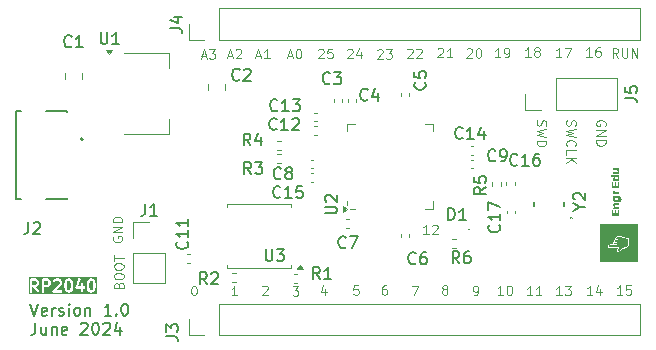
<source format=gbr>
%TF.GenerationSoftware,KiCad,Pcbnew,8.0.2*%
%TF.CreationDate,2024-06-30T02:03:35-06:00*%
%TF.ProjectId,2024_June_RP2040,32303234-5f4a-4756-9e65-5f5250323034,rev?*%
%TF.SameCoordinates,Original*%
%TF.FileFunction,Legend,Top*%
%TF.FilePolarity,Positive*%
%FSLAX46Y46*%
G04 Gerber Fmt 4.6, Leading zero omitted, Abs format (unit mm)*
G04 Created by KiCad (PCBNEW 8.0.2) date 2024-06-30 02:03:35*
%MOMM*%
%LPD*%
G01*
G04 APERTURE LIST*
%ADD10C,0.200000*%
%ADD11C,0.100000*%
%ADD12C,0.150000*%
%ADD13C,0.000000*%
%ADD14C,0.120000*%
%ADD15C,0.127000*%
G04 APERTURE END LIST*
D10*
G36*
X88858602Y-79512453D02*
G01*
X88884379Y-79537115D01*
X88919455Y-79604670D01*
X88962907Y-79772131D01*
X88964499Y-79985622D01*
X88924100Y-80153555D01*
X88888009Y-80228576D01*
X88863347Y-80254354D01*
X88803207Y-80285579D01*
X88754743Y-80286391D01*
X88695693Y-80257983D01*
X88669919Y-80233324D01*
X88634842Y-80165764D01*
X88591390Y-79998305D01*
X88589798Y-79784815D01*
X88630197Y-79616881D01*
X88666288Y-79541860D01*
X88690950Y-79516083D01*
X88751089Y-79484858D01*
X88799554Y-79484046D01*
X88858602Y-79512453D01*
G37*
G36*
X90763364Y-79512453D02*
G01*
X90789141Y-79537115D01*
X90824217Y-79604670D01*
X90867669Y-79772131D01*
X90869261Y-79985622D01*
X90828862Y-80153555D01*
X90792771Y-80228576D01*
X90768109Y-80254354D01*
X90707969Y-80285579D01*
X90659505Y-80286391D01*
X90600455Y-80257983D01*
X90574681Y-80233324D01*
X90539604Y-80165764D01*
X90496152Y-79998305D01*
X90494560Y-79784815D01*
X90534959Y-79616881D01*
X90571050Y-79541860D01*
X90595712Y-79516083D01*
X90655851Y-79484858D01*
X90704316Y-79484046D01*
X90763364Y-79512453D01*
G37*
G36*
X86001459Y-79512453D02*
G01*
X86027236Y-79537115D01*
X86058353Y-79597046D01*
X86059487Y-79692893D01*
X86030865Y-79752388D01*
X86006207Y-79778161D01*
X85946564Y-79809129D01*
X85826310Y-79809705D01*
X85822600Y-79809051D01*
X85819496Y-79809738D01*
X85685589Y-79810380D01*
X85684976Y-79484747D01*
X85941312Y-79483517D01*
X86001459Y-79512453D01*
G37*
G36*
X87001459Y-79512453D02*
G01*
X87027236Y-79537115D01*
X87058353Y-79597046D01*
X87059487Y-79692893D01*
X87030865Y-79752388D01*
X87006207Y-79778161D01*
X86946564Y-79809129D01*
X86685589Y-79810380D01*
X86684976Y-79484747D01*
X86941312Y-79483517D01*
X87001459Y-79512453D01*
G37*
G36*
X91178736Y-80596330D02*
G01*
X85375562Y-80596330D01*
X85375562Y-79385219D01*
X85486673Y-79385219D01*
X85488594Y-80404728D01*
X85503526Y-80440776D01*
X85531116Y-80468366D01*
X85567164Y-80483298D01*
X85606182Y-80483298D01*
X85642230Y-80468366D01*
X85669820Y-80440776D01*
X85684752Y-80404728D01*
X85686673Y-80385219D01*
X85685963Y-80008551D01*
X85772278Y-80008137D01*
X86088939Y-80457446D01*
X86121844Y-80478415D01*
X86160269Y-80485196D01*
X86198363Y-80476756D01*
X86230328Y-80454381D01*
X86251297Y-80421476D01*
X86258078Y-80383052D01*
X86249638Y-80344957D01*
X86240024Y-80327873D01*
X86008821Y-79999819D01*
X86012346Y-79998471D01*
X86107375Y-79949130D01*
X86118420Y-79944556D01*
X86122266Y-79941399D01*
X86124174Y-79940409D01*
X86125903Y-79938414D01*
X86133574Y-79932120D01*
X86181507Y-79882017D01*
X86189482Y-79875102D01*
X86192093Y-79870952D01*
X86193629Y-79869348D01*
X86194639Y-79866907D01*
X86199925Y-79858511D01*
X86239863Y-79775493D01*
X86241248Y-79774109D01*
X86245700Y-79763359D01*
X86254550Y-79744965D01*
X86254804Y-79741381D01*
X86256180Y-79738061D01*
X86258101Y-79718552D01*
X86256584Y-79590395D01*
X86257316Y-79588202D01*
X86256407Y-79575419D01*
X86256180Y-79556186D01*
X86254804Y-79552865D01*
X86254550Y-79549282D01*
X86247544Y-79530973D01*
X86198201Y-79435939D01*
X86193629Y-79424899D01*
X86190473Y-79421053D01*
X86189482Y-79419145D01*
X86187484Y-79417412D01*
X86181192Y-79409746D01*
X86155555Y-79385219D01*
X86486673Y-79385219D01*
X86488594Y-80404728D01*
X86503526Y-80440776D01*
X86531116Y-80468366D01*
X86567164Y-80483298D01*
X86606182Y-80483298D01*
X86642230Y-80468366D01*
X86669820Y-80440776D01*
X86684752Y-80404728D01*
X86686673Y-80385219D01*
X86686636Y-80365710D01*
X87393356Y-80365710D01*
X87393356Y-80404728D01*
X87408288Y-80440776D01*
X87435878Y-80468366D01*
X87471926Y-80483298D01*
X87491435Y-80485219D01*
X88129991Y-80483298D01*
X88166039Y-80468366D01*
X88193629Y-80440776D01*
X88208561Y-80404728D01*
X88208561Y-80365710D01*
X88193629Y-80329662D01*
X88166039Y-80302072D01*
X88129991Y-80287140D01*
X88110482Y-80285219D01*
X87730929Y-80286360D01*
X88121192Y-79894280D01*
X88124175Y-79892789D01*
X88134323Y-79881087D01*
X88146010Y-79869347D01*
X88147384Y-79866028D01*
X88149740Y-79863313D01*
X88157731Y-79845413D01*
X88183154Y-79766171D01*
X88391435Y-79766171D01*
X88393165Y-79998288D01*
X88391553Y-80009127D01*
X88393336Y-80021188D01*
X88393356Y-80023775D01*
X88393920Y-80025138D01*
X88394421Y-80028520D01*
X88441925Y-80211599D01*
X88442605Y-80221155D01*
X88448196Y-80235767D01*
X88448635Y-80237456D01*
X88449065Y-80238036D01*
X88449611Y-80239463D01*
X88498948Y-80334487D01*
X88503525Y-80345537D01*
X88506683Y-80349385D01*
X88507673Y-80351291D01*
X88509667Y-80353020D01*
X88515962Y-80360690D01*
X88566062Y-80408623D01*
X88572980Y-80416600D01*
X88577129Y-80419211D01*
X88578734Y-80420747D01*
X88581174Y-80421757D01*
X88589571Y-80427043D01*
X88672588Y-80466981D01*
X88673973Y-80468366D01*
X88684722Y-80472818D01*
X88703117Y-80481668D01*
X88706700Y-80481922D01*
X88710021Y-80483298D01*
X88729530Y-80485219D01*
X88810547Y-80483862D01*
X88812261Y-80484434D01*
X88823305Y-80483649D01*
X88844277Y-80483298D01*
X88847597Y-80481922D01*
X88851181Y-80481668D01*
X88869489Y-80474662D01*
X88964517Y-80425322D01*
X88975564Y-80420747D01*
X88979410Y-80417589D01*
X88981317Y-80416600D01*
X88983047Y-80414605D01*
X88990717Y-80408310D01*
X89038650Y-80358207D01*
X89046625Y-80351292D01*
X89049236Y-80347142D01*
X89050773Y-80345537D01*
X89051784Y-80343095D01*
X89057068Y-80334701D01*
X89100496Y-80244429D01*
X89105663Y-80237456D01*
X89110891Y-80222821D01*
X89111693Y-80221155D01*
X89111744Y-80220434D01*
X89112258Y-80218996D01*
X89155467Y-80039378D01*
X89344601Y-80039378D01*
X89345737Y-80055362D01*
X89345737Y-80071394D01*
X89347112Y-80074714D01*
X89347367Y-80078298D01*
X89354534Y-80092633D01*
X89360669Y-80107442D01*
X89363209Y-80109982D01*
X89364817Y-80113197D01*
X89376928Y-80123701D01*
X89388259Y-80135032D01*
X89391577Y-80136406D01*
X89394293Y-80138762D01*
X89409502Y-80143831D01*
X89424307Y-80149964D01*
X89429407Y-80150466D01*
X89431309Y-80151100D01*
X89433942Y-80150912D01*
X89443816Y-80151885D01*
X89821215Y-80150749D01*
X89821927Y-80404728D01*
X89836859Y-80440776D01*
X89864449Y-80468366D01*
X89900497Y-80483298D01*
X89939515Y-80483298D01*
X89975563Y-80468366D01*
X90003153Y-80440776D01*
X90018085Y-80404728D01*
X90020006Y-80385219D01*
X90019347Y-80150153D01*
X90082372Y-80149964D01*
X90118420Y-80135032D01*
X90146010Y-80107442D01*
X90160942Y-80071394D01*
X90160942Y-80032376D01*
X90146010Y-79996328D01*
X90118420Y-79968738D01*
X90082372Y-79953806D01*
X90062863Y-79951885D01*
X90018793Y-79952017D01*
X90018273Y-79766171D01*
X90296197Y-79766171D01*
X90297927Y-79998288D01*
X90296315Y-80009127D01*
X90298098Y-80021188D01*
X90298118Y-80023775D01*
X90298682Y-80025138D01*
X90299183Y-80028520D01*
X90346687Y-80211599D01*
X90347367Y-80221155D01*
X90352958Y-80235767D01*
X90353397Y-80237456D01*
X90353827Y-80238036D01*
X90354373Y-80239463D01*
X90403710Y-80334487D01*
X90408287Y-80345537D01*
X90411445Y-80349385D01*
X90412435Y-80351291D01*
X90414429Y-80353020D01*
X90420724Y-80360690D01*
X90470824Y-80408623D01*
X90477742Y-80416600D01*
X90481891Y-80419211D01*
X90483496Y-80420747D01*
X90485936Y-80421757D01*
X90494333Y-80427043D01*
X90577350Y-80466981D01*
X90578735Y-80468366D01*
X90589484Y-80472818D01*
X90607879Y-80481668D01*
X90611462Y-80481922D01*
X90614783Y-80483298D01*
X90634292Y-80485219D01*
X90715309Y-80483862D01*
X90717023Y-80484434D01*
X90728067Y-80483649D01*
X90749039Y-80483298D01*
X90752359Y-80481922D01*
X90755943Y-80481668D01*
X90774251Y-80474662D01*
X90869279Y-80425322D01*
X90880326Y-80420747D01*
X90884172Y-80417589D01*
X90886079Y-80416600D01*
X90887809Y-80414605D01*
X90895479Y-80408310D01*
X90943412Y-80358207D01*
X90951387Y-80351292D01*
X90953998Y-80347142D01*
X90955535Y-80345537D01*
X90956546Y-80343095D01*
X90961830Y-80334701D01*
X91005258Y-80244429D01*
X91010425Y-80237456D01*
X91015653Y-80222821D01*
X91016455Y-80221155D01*
X91016506Y-80220434D01*
X91017020Y-80218996D01*
X91061599Y-80033683D01*
X91065704Y-80023775D01*
X91066896Y-80011665D01*
X91067507Y-80009127D01*
X91067289Y-80007668D01*
X91067625Y-80004266D01*
X91065894Y-79772148D01*
X91067507Y-79761310D01*
X91065723Y-79749248D01*
X91065704Y-79746662D01*
X91065139Y-79745298D01*
X91064639Y-79741917D01*
X91017134Y-79558837D01*
X91016455Y-79549282D01*
X91010862Y-79534666D01*
X91010425Y-79532981D01*
X91009995Y-79532401D01*
X91009449Y-79530973D01*
X90960106Y-79435939D01*
X90955534Y-79424899D01*
X90952378Y-79421053D01*
X90951387Y-79419145D01*
X90949389Y-79417412D01*
X90943097Y-79409746D01*
X90892996Y-79361814D01*
X90886079Y-79353838D01*
X90881929Y-79351225D01*
X90880325Y-79349691D01*
X90877885Y-79348680D01*
X90869489Y-79343395D01*
X90786471Y-79303456D01*
X90785087Y-79302072D01*
X90774337Y-79297619D01*
X90755943Y-79288770D01*
X90752359Y-79288515D01*
X90749039Y-79287140D01*
X90729530Y-79285219D01*
X90648512Y-79286575D01*
X90646799Y-79286004D01*
X90635754Y-79286788D01*
X90614783Y-79287140D01*
X90611462Y-79288515D01*
X90607879Y-79288770D01*
X90589570Y-79295776D01*
X90494536Y-79345118D01*
X90483496Y-79349691D01*
X90479650Y-79352846D01*
X90477742Y-79353838D01*
X90476009Y-79355835D01*
X90468343Y-79362128D01*
X90420411Y-79412228D01*
X90412435Y-79419146D01*
X90409822Y-79423295D01*
X90408288Y-79424900D01*
X90407277Y-79427339D01*
X90401992Y-79435736D01*
X90358563Y-79526007D01*
X90353397Y-79532981D01*
X90348169Y-79547613D01*
X90347367Y-79549282D01*
X90347315Y-79550004D01*
X90346802Y-79551442D01*
X90302222Y-79736752D01*
X90298118Y-79746662D01*
X90296925Y-79758771D01*
X90296315Y-79761310D01*
X90296532Y-79762768D01*
X90296197Y-79766171D01*
X90018273Y-79766171D01*
X90018085Y-79699043D01*
X90003153Y-79662995D01*
X89975563Y-79635405D01*
X89939515Y-79620473D01*
X89900497Y-79620473D01*
X89864449Y-79635405D01*
X89836859Y-79662995D01*
X89821927Y-79699043D01*
X89820006Y-79718552D01*
X89820661Y-79952613D01*
X89581716Y-79953332D01*
X89781126Y-79350108D01*
X89778360Y-79311188D01*
X89760910Y-79276289D01*
X89731434Y-79250724D01*
X89694418Y-79238385D01*
X89655498Y-79241152D01*
X89620599Y-79258601D01*
X89595034Y-79288077D01*
X89587043Y-79305978D01*
X89351573Y-80018285D01*
X89345737Y-80032376D01*
X89345737Y-80035941D01*
X89344601Y-80039378D01*
X89155467Y-80039378D01*
X89156837Y-80033683D01*
X89160942Y-80023775D01*
X89162134Y-80011665D01*
X89162745Y-80009127D01*
X89162527Y-80007668D01*
X89162863Y-80004266D01*
X89161132Y-79772148D01*
X89162745Y-79761310D01*
X89160961Y-79749248D01*
X89160942Y-79746662D01*
X89160377Y-79745298D01*
X89159877Y-79741917D01*
X89112372Y-79558837D01*
X89111693Y-79549282D01*
X89106100Y-79534666D01*
X89105663Y-79532981D01*
X89105233Y-79532401D01*
X89104687Y-79530973D01*
X89055344Y-79435939D01*
X89050772Y-79424899D01*
X89047616Y-79421053D01*
X89046625Y-79419145D01*
X89044627Y-79417412D01*
X89038335Y-79409746D01*
X88988234Y-79361814D01*
X88981317Y-79353838D01*
X88977167Y-79351225D01*
X88975563Y-79349691D01*
X88973123Y-79348680D01*
X88964727Y-79343395D01*
X88881709Y-79303456D01*
X88880325Y-79302072D01*
X88869575Y-79297619D01*
X88851181Y-79288770D01*
X88847597Y-79288515D01*
X88844277Y-79287140D01*
X88824768Y-79285219D01*
X88743750Y-79286575D01*
X88742037Y-79286004D01*
X88730992Y-79286788D01*
X88710021Y-79287140D01*
X88706700Y-79288515D01*
X88703117Y-79288770D01*
X88684808Y-79295776D01*
X88589774Y-79345118D01*
X88578734Y-79349691D01*
X88574888Y-79352846D01*
X88572980Y-79353838D01*
X88571247Y-79355835D01*
X88563581Y-79362128D01*
X88515649Y-79412228D01*
X88507673Y-79419146D01*
X88505060Y-79423295D01*
X88503526Y-79424900D01*
X88502515Y-79427339D01*
X88497230Y-79435736D01*
X88453801Y-79526007D01*
X88448635Y-79532981D01*
X88443407Y-79547613D01*
X88442605Y-79549282D01*
X88442553Y-79550004D01*
X88442040Y-79551442D01*
X88397460Y-79736752D01*
X88393356Y-79746662D01*
X88392163Y-79758771D01*
X88391553Y-79761310D01*
X88391770Y-79762768D01*
X88391435Y-79766171D01*
X88183154Y-79766171D01*
X88203637Y-79702328D01*
X88208561Y-79690442D01*
X88209052Y-79685449D01*
X88209697Y-79683441D01*
X88209509Y-79680806D01*
X88210482Y-79670933D01*
X88209125Y-79589915D01*
X88209697Y-79588202D01*
X88208912Y-79577157D01*
X88208561Y-79556186D01*
X88207185Y-79552865D01*
X88206931Y-79549282D01*
X88199925Y-79530973D01*
X88150582Y-79435939D01*
X88146010Y-79424899D01*
X88142854Y-79421053D01*
X88141863Y-79419145D01*
X88139865Y-79417412D01*
X88133573Y-79409746D01*
X88083472Y-79361814D01*
X88076555Y-79353838D01*
X88072405Y-79351225D01*
X88070801Y-79349691D01*
X88068361Y-79348680D01*
X88059965Y-79343395D01*
X87976947Y-79303456D01*
X87975563Y-79302072D01*
X87964813Y-79297619D01*
X87946419Y-79288770D01*
X87942835Y-79288515D01*
X87939515Y-79287140D01*
X87920006Y-79285219D01*
X87697050Y-79286881D01*
X87694418Y-79286004D01*
X87680312Y-79287006D01*
X87662402Y-79287140D01*
X87659081Y-79288515D01*
X87655498Y-79288770D01*
X87637189Y-79295776D01*
X87542155Y-79345118D01*
X87531115Y-79349691D01*
X87527269Y-79352846D01*
X87525361Y-79353838D01*
X87523628Y-79355835D01*
X87515962Y-79362128D01*
X87455907Y-79424900D01*
X87440975Y-79460948D01*
X87440975Y-79499966D01*
X87455907Y-79536014D01*
X87483497Y-79563604D01*
X87519545Y-79578536D01*
X87558563Y-79578536D01*
X87594611Y-79563604D01*
X87609765Y-79551168D01*
X87643331Y-79516083D01*
X87703079Y-79485061D01*
X87893942Y-79483637D01*
X87953840Y-79512453D01*
X87979617Y-79537115D01*
X88010842Y-79597254D01*
X88011748Y-79651358D01*
X87977646Y-79757652D01*
X87408288Y-80329662D01*
X87393356Y-80365710D01*
X86686636Y-80365710D01*
X86685963Y-80008551D01*
X86952212Y-80007274D01*
X86955118Y-80008243D01*
X86969942Y-80007189D01*
X86987134Y-80007107D01*
X86990454Y-80005731D01*
X86994038Y-80005477D01*
X87012346Y-79998471D01*
X87107375Y-79949130D01*
X87118420Y-79944556D01*
X87122266Y-79941399D01*
X87124174Y-79940409D01*
X87125903Y-79938414D01*
X87133574Y-79932120D01*
X87181507Y-79882017D01*
X87189482Y-79875102D01*
X87192093Y-79870952D01*
X87193629Y-79869348D01*
X87194639Y-79866907D01*
X87199925Y-79858511D01*
X87239863Y-79775493D01*
X87241248Y-79774109D01*
X87245700Y-79763359D01*
X87254550Y-79744965D01*
X87254804Y-79741381D01*
X87256180Y-79738061D01*
X87258101Y-79718552D01*
X87256584Y-79590395D01*
X87257316Y-79588202D01*
X87256407Y-79575419D01*
X87256180Y-79556186D01*
X87254804Y-79552865D01*
X87254550Y-79549282D01*
X87247544Y-79530973D01*
X87198201Y-79435939D01*
X87193629Y-79424899D01*
X87190473Y-79421053D01*
X87189482Y-79419145D01*
X87187484Y-79417412D01*
X87181192Y-79409746D01*
X87131091Y-79361814D01*
X87124174Y-79353838D01*
X87120024Y-79351225D01*
X87118420Y-79349691D01*
X87115980Y-79348680D01*
X87107584Y-79343395D01*
X87024566Y-79303456D01*
X87023182Y-79302072D01*
X87012432Y-79297619D01*
X86994038Y-79288770D01*
X86990454Y-79288515D01*
X86987134Y-79287140D01*
X86967625Y-79285219D01*
X86567164Y-79287140D01*
X86531116Y-79302072D01*
X86503526Y-79329662D01*
X86488594Y-79365710D01*
X86486673Y-79385219D01*
X86155555Y-79385219D01*
X86131091Y-79361814D01*
X86124174Y-79353838D01*
X86120024Y-79351225D01*
X86118420Y-79349691D01*
X86115980Y-79348680D01*
X86107584Y-79343395D01*
X86024566Y-79303456D01*
X86023182Y-79302072D01*
X86012432Y-79297619D01*
X85994038Y-79288770D01*
X85990454Y-79288515D01*
X85987134Y-79287140D01*
X85967625Y-79285219D01*
X85567164Y-79287140D01*
X85531116Y-79302072D01*
X85503526Y-79329662D01*
X85488594Y-79365710D01*
X85486673Y-79385219D01*
X85375562Y-79385219D01*
X85375562Y-79127274D01*
X91178736Y-79127274D01*
X91178736Y-80596330D01*
G37*
X85520016Y-81432875D02*
X85853349Y-82432875D01*
X85853349Y-82432875D02*
X86186682Y-81432875D01*
X86900968Y-82385256D02*
X86805730Y-82432875D01*
X86805730Y-82432875D02*
X86615254Y-82432875D01*
X86615254Y-82432875D02*
X86520016Y-82385256D01*
X86520016Y-82385256D02*
X86472397Y-82290017D01*
X86472397Y-82290017D02*
X86472397Y-81909065D01*
X86472397Y-81909065D02*
X86520016Y-81813827D01*
X86520016Y-81813827D02*
X86615254Y-81766208D01*
X86615254Y-81766208D02*
X86805730Y-81766208D01*
X86805730Y-81766208D02*
X86900968Y-81813827D01*
X86900968Y-81813827D02*
X86948587Y-81909065D01*
X86948587Y-81909065D02*
X86948587Y-82004303D01*
X86948587Y-82004303D02*
X86472397Y-82099541D01*
X87377159Y-82432875D02*
X87377159Y-81766208D01*
X87377159Y-81956684D02*
X87424778Y-81861446D01*
X87424778Y-81861446D02*
X87472397Y-81813827D01*
X87472397Y-81813827D02*
X87567635Y-81766208D01*
X87567635Y-81766208D02*
X87662873Y-81766208D01*
X87948588Y-82385256D02*
X88043826Y-82432875D01*
X88043826Y-82432875D02*
X88234302Y-82432875D01*
X88234302Y-82432875D02*
X88329540Y-82385256D01*
X88329540Y-82385256D02*
X88377159Y-82290017D01*
X88377159Y-82290017D02*
X88377159Y-82242398D01*
X88377159Y-82242398D02*
X88329540Y-82147160D01*
X88329540Y-82147160D02*
X88234302Y-82099541D01*
X88234302Y-82099541D02*
X88091445Y-82099541D01*
X88091445Y-82099541D02*
X87996207Y-82051922D01*
X87996207Y-82051922D02*
X87948588Y-81956684D01*
X87948588Y-81956684D02*
X87948588Y-81909065D01*
X87948588Y-81909065D02*
X87996207Y-81813827D01*
X87996207Y-81813827D02*
X88091445Y-81766208D01*
X88091445Y-81766208D02*
X88234302Y-81766208D01*
X88234302Y-81766208D02*
X88329540Y-81813827D01*
X88805731Y-82432875D02*
X88805731Y-81766208D01*
X88805731Y-81432875D02*
X88758112Y-81480494D01*
X88758112Y-81480494D02*
X88805731Y-81528113D01*
X88805731Y-81528113D02*
X88853350Y-81480494D01*
X88853350Y-81480494D02*
X88805731Y-81432875D01*
X88805731Y-81432875D02*
X88805731Y-81528113D01*
X89424778Y-82432875D02*
X89329540Y-82385256D01*
X89329540Y-82385256D02*
X89281921Y-82337636D01*
X89281921Y-82337636D02*
X89234302Y-82242398D01*
X89234302Y-82242398D02*
X89234302Y-81956684D01*
X89234302Y-81956684D02*
X89281921Y-81861446D01*
X89281921Y-81861446D02*
X89329540Y-81813827D01*
X89329540Y-81813827D02*
X89424778Y-81766208D01*
X89424778Y-81766208D02*
X89567635Y-81766208D01*
X89567635Y-81766208D02*
X89662873Y-81813827D01*
X89662873Y-81813827D02*
X89710492Y-81861446D01*
X89710492Y-81861446D02*
X89758111Y-81956684D01*
X89758111Y-81956684D02*
X89758111Y-82242398D01*
X89758111Y-82242398D02*
X89710492Y-82337636D01*
X89710492Y-82337636D02*
X89662873Y-82385256D01*
X89662873Y-82385256D02*
X89567635Y-82432875D01*
X89567635Y-82432875D02*
X89424778Y-82432875D01*
X90186683Y-81766208D02*
X90186683Y-82432875D01*
X90186683Y-81861446D02*
X90234302Y-81813827D01*
X90234302Y-81813827D02*
X90329540Y-81766208D01*
X90329540Y-81766208D02*
X90472397Y-81766208D01*
X90472397Y-81766208D02*
X90567635Y-81813827D01*
X90567635Y-81813827D02*
X90615254Y-81909065D01*
X90615254Y-81909065D02*
X90615254Y-82432875D01*
X92377159Y-82432875D02*
X91805731Y-82432875D01*
X92091445Y-82432875D02*
X92091445Y-81432875D01*
X92091445Y-81432875D02*
X91996207Y-81575732D01*
X91996207Y-81575732D02*
X91900969Y-81670970D01*
X91900969Y-81670970D02*
X91805731Y-81718589D01*
X92805731Y-82337636D02*
X92853350Y-82385256D01*
X92853350Y-82385256D02*
X92805731Y-82432875D01*
X92805731Y-82432875D02*
X92758112Y-82385256D01*
X92758112Y-82385256D02*
X92805731Y-82337636D01*
X92805731Y-82337636D02*
X92805731Y-82432875D01*
X93472397Y-81432875D02*
X93567635Y-81432875D01*
X93567635Y-81432875D02*
X93662873Y-81480494D01*
X93662873Y-81480494D02*
X93710492Y-81528113D01*
X93710492Y-81528113D02*
X93758111Y-81623351D01*
X93758111Y-81623351D02*
X93805730Y-81813827D01*
X93805730Y-81813827D02*
X93805730Y-82051922D01*
X93805730Y-82051922D02*
X93758111Y-82242398D01*
X93758111Y-82242398D02*
X93710492Y-82337636D01*
X93710492Y-82337636D02*
X93662873Y-82385256D01*
X93662873Y-82385256D02*
X93567635Y-82432875D01*
X93567635Y-82432875D02*
X93472397Y-82432875D01*
X93472397Y-82432875D02*
X93377159Y-82385256D01*
X93377159Y-82385256D02*
X93329540Y-82337636D01*
X93329540Y-82337636D02*
X93281921Y-82242398D01*
X93281921Y-82242398D02*
X93234302Y-82051922D01*
X93234302Y-82051922D02*
X93234302Y-81813827D01*
X93234302Y-81813827D02*
X93281921Y-81623351D01*
X93281921Y-81623351D02*
X93329540Y-81528113D01*
X93329540Y-81528113D02*
X93377159Y-81480494D01*
X93377159Y-81480494D02*
X93472397Y-81432875D01*
X85948587Y-83042819D02*
X85948587Y-83757104D01*
X85948587Y-83757104D02*
X85900968Y-83899961D01*
X85900968Y-83899961D02*
X85805730Y-83995200D01*
X85805730Y-83995200D02*
X85662873Y-84042819D01*
X85662873Y-84042819D02*
X85567635Y-84042819D01*
X86853349Y-83376152D02*
X86853349Y-84042819D01*
X86424778Y-83376152D02*
X86424778Y-83899961D01*
X86424778Y-83899961D02*
X86472397Y-83995200D01*
X86472397Y-83995200D02*
X86567635Y-84042819D01*
X86567635Y-84042819D02*
X86710492Y-84042819D01*
X86710492Y-84042819D02*
X86805730Y-83995200D01*
X86805730Y-83995200D02*
X86853349Y-83947580D01*
X87329540Y-83376152D02*
X87329540Y-84042819D01*
X87329540Y-83471390D02*
X87377159Y-83423771D01*
X87377159Y-83423771D02*
X87472397Y-83376152D01*
X87472397Y-83376152D02*
X87615254Y-83376152D01*
X87615254Y-83376152D02*
X87710492Y-83423771D01*
X87710492Y-83423771D02*
X87758111Y-83519009D01*
X87758111Y-83519009D02*
X87758111Y-84042819D01*
X88615254Y-83995200D02*
X88520016Y-84042819D01*
X88520016Y-84042819D02*
X88329540Y-84042819D01*
X88329540Y-84042819D02*
X88234302Y-83995200D01*
X88234302Y-83995200D02*
X88186683Y-83899961D01*
X88186683Y-83899961D02*
X88186683Y-83519009D01*
X88186683Y-83519009D02*
X88234302Y-83423771D01*
X88234302Y-83423771D02*
X88329540Y-83376152D01*
X88329540Y-83376152D02*
X88520016Y-83376152D01*
X88520016Y-83376152D02*
X88615254Y-83423771D01*
X88615254Y-83423771D02*
X88662873Y-83519009D01*
X88662873Y-83519009D02*
X88662873Y-83614247D01*
X88662873Y-83614247D02*
X88186683Y-83709485D01*
X89805731Y-83138057D02*
X89853350Y-83090438D01*
X89853350Y-83090438D02*
X89948588Y-83042819D01*
X89948588Y-83042819D02*
X90186683Y-83042819D01*
X90186683Y-83042819D02*
X90281921Y-83090438D01*
X90281921Y-83090438D02*
X90329540Y-83138057D01*
X90329540Y-83138057D02*
X90377159Y-83233295D01*
X90377159Y-83233295D02*
X90377159Y-83328533D01*
X90377159Y-83328533D02*
X90329540Y-83471390D01*
X90329540Y-83471390D02*
X89758112Y-84042819D01*
X89758112Y-84042819D02*
X90377159Y-84042819D01*
X90996207Y-83042819D02*
X91091445Y-83042819D01*
X91091445Y-83042819D02*
X91186683Y-83090438D01*
X91186683Y-83090438D02*
X91234302Y-83138057D01*
X91234302Y-83138057D02*
X91281921Y-83233295D01*
X91281921Y-83233295D02*
X91329540Y-83423771D01*
X91329540Y-83423771D02*
X91329540Y-83661866D01*
X91329540Y-83661866D02*
X91281921Y-83852342D01*
X91281921Y-83852342D02*
X91234302Y-83947580D01*
X91234302Y-83947580D02*
X91186683Y-83995200D01*
X91186683Y-83995200D02*
X91091445Y-84042819D01*
X91091445Y-84042819D02*
X90996207Y-84042819D01*
X90996207Y-84042819D02*
X90900969Y-83995200D01*
X90900969Y-83995200D02*
X90853350Y-83947580D01*
X90853350Y-83947580D02*
X90805731Y-83852342D01*
X90805731Y-83852342D02*
X90758112Y-83661866D01*
X90758112Y-83661866D02*
X90758112Y-83423771D01*
X90758112Y-83423771D02*
X90805731Y-83233295D01*
X90805731Y-83233295D02*
X90853350Y-83138057D01*
X90853350Y-83138057D02*
X90900969Y-83090438D01*
X90900969Y-83090438D02*
X90996207Y-83042819D01*
X91710493Y-83138057D02*
X91758112Y-83090438D01*
X91758112Y-83090438D02*
X91853350Y-83042819D01*
X91853350Y-83042819D02*
X92091445Y-83042819D01*
X92091445Y-83042819D02*
X92186683Y-83090438D01*
X92186683Y-83090438D02*
X92234302Y-83138057D01*
X92234302Y-83138057D02*
X92281921Y-83233295D01*
X92281921Y-83233295D02*
X92281921Y-83328533D01*
X92281921Y-83328533D02*
X92234302Y-83471390D01*
X92234302Y-83471390D02*
X91662874Y-84042819D01*
X91662874Y-84042819D02*
X92281921Y-84042819D01*
X93139064Y-83376152D02*
X93139064Y-84042819D01*
X92900969Y-82995200D02*
X92662874Y-83709485D01*
X92662874Y-83709485D02*
X93281921Y-83709485D01*
D11*
X119242512Y-75538095D02*
X118785369Y-75538095D01*
X119013941Y-75538095D02*
X119013941Y-74738095D01*
X119013941Y-74738095D02*
X118937750Y-74852380D01*
X118937750Y-74852380D02*
X118861560Y-74928571D01*
X118861560Y-74928571D02*
X118785369Y-74966666D01*
X119547274Y-74814285D02*
X119585370Y-74776190D01*
X119585370Y-74776190D02*
X119661560Y-74738095D01*
X119661560Y-74738095D02*
X119852036Y-74738095D01*
X119852036Y-74738095D02*
X119928227Y-74776190D01*
X119928227Y-74776190D02*
X119966322Y-74814285D01*
X119966322Y-74814285D02*
X120004417Y-74890476D01*
X120004417Y-74890476D02*
X120004417Y-74966666D01*
X120004417Y-74966666D02*
X119966322Y-75080952D01*
X119966322Y-75080952D02*
X119509179Y-75538095D01*
X119509179Y-75538095D02*
X120004417Y-75538095D01*
X115661122Y-79868895D02*
X115508741Y-79868895D01*
X115508741Y-79868895D02*
X115432550Y-79906990D01*
X115432550Y-79906990D02*
X115394455Y-79945085D01*
X115394455Y-79945085D02*
X115318265Y-80059371D01*
X115318265Y-80059371D02*
X115280169Y-80211752D01*
X115280169Y-80211752D02*
X115280169Y-80516514D01*
X115280169Y-80516514D02*
X115318265Y-80592704D01*
X115318265Y-80592704D02*
X115356360Y-80630800D01*
X115356360Y-80630800D02*
X115432550Y-80668895D01*
X115432550Y-80668895D02*
X115584931Y-80668895D01*
X115584931Y-80668895D02*
X115661122Y-80630800D01*
X115661122Y-80630800D02*
X115699217Y-80592704D01*
X115699217Y-80592704D02*
X115737312Y-80516514D01*
X115737312Y-80516514D02*
X115737312Y-80326038D01*
X115737312Y-80326038D02*
X115699217Y-80249847D01*
X115699217Y-80249847D02*
X115661122Y-80211752D01*
X115661122Y-80211752D02*
X115584931Y-80173657D01*
X115584931Y-80173657D02*
X115432550Y-80173657D01*
X115432550Y-80173657D02*
X115356360Y-80211752D01*
X115356360Y-80211752D02*
X115318265Y-80249847D01*
X115318265Y-80249847D02*
X115280169Y-80326038D01*
X117807474Y-79894295D02*
X118340808Y-79894295D01*
X118340808Y-79894295D02*
X117997950Y-80694295D01*
X135650912Y-80668895D02*
X135193769Y-80668895D01*
X135422341Y-80668895D02*
X135422341Y-79868895D01*
X135422341Y-79868895D02*
X135346150Y-79983180D01*
X135346150Y-79983180D02*
X135269960Y-80059371D01*
X135269960Y-80059371D02*
X135193769Y-80097466D01*
X136374722Y-79868895D02*
X135993770Y-79868895D01*
X135993770Y-79868895D02*
X135955674Y-80249847D01*
X135955674Y-80249847D02*
X135993770Y-80211752D01*
X135993770Y-80211752D02*
X136069960Y-80173657D01*
X136069960Y-80173657D02*
X136260436Y-80173657D01*
X136260436Y-80173657D02*
X136336627Y-80211752D01*
X136336627Y-80211752D02*
X136374722Y-80249847D01*
X136374722Y-80249847D02*
X136412817Y-80326038D01*
X136412817Y-80326038D02*
X136412817Y-80516514D01*
X136412817Y-80516514D02*
X136374722Y-80592704D01*
X136374722Y-80592704D02*
X136336627Y-80630800D01*
X136336627Y-80630800D02*
X136260436Y-80668895D01*
X136260436Y-80668895D02*
X136069960Y-80668895D01*
X136069960Y-80668895D02*
X135993770Y-80630800D01*
X135993770Y-80630800D02*
X135955674Y-80592704D01*
X133110912Y-80694295D02*
X132653769Y-80694295D01*
X132882341Y-80694295D02*
X132882341Y-79894295D01*
X132882341Y-79894295D02*
X132806150Y-80008580D01*
X132806150Y-80008580D02*
X132729960Y-80084771D01*
X132729960Y-80084771D02*
X132653769Y-80122866D01*
X133796627Y-80160961D02*
X133796627Y-80694295D01*
X133606151Y-79856200D02*
X133415674Y-80427628D01*
X133415674Y-80427628D02*
X133910913Y-80427628D01*
X113286217Y-79868895D02*
X112905265Y-79868895D01*
X112905265Y-79868895D02*
X112867169Y-80249847D01*
X112867169Y-80249847D02*
X112905265Y-80211752D01*
X112905265Y-80211752D02*
X112981455Y-80173657D01*
X112981455Y-80173657D02*
X113171931Y-80173657D01*
X113171931Y-80173657D02*
X113248122Y-80211752D01*
X113248122Y-80211752D02*
X113286217Y-80249847D01*
X113286217Y-80249847D02*
X113324312Y-80326038D01*
X113324312Y-80326038D02*
X113324312Y-80516514D01*
X113324312Y-80516514D02*
X113286217Y-80592704D01*
X113286217Y-80592704D02*
X113248122Y-80630800D01*
X113248122Y-80630800D02*
X113171931Y-80668895D01*
X113171931Y-80668895D02*
X112981455Y-80668895D01*
X112981455Y-80668895D02*
X112905265Y-80630800D01*
X112905265Y-80630800D02*
X112867169Y-80592704D01*
X130520112Y-80719695D02*
X130062969Y-80719695D01*
X130291541Y-80719695D02*
X130291541Y-79919695D01*
X130291541Y-79919695D02*
X130215350Y-80033980D01*
X130215350Y-80033980D02*
X130139160Y-80110171D01*
X130139160Y-80110171D02*
X130062969Y-80148266D01*
X130786779Y-79919695D02*
X131282017Y-79919695D01*
X131282017Y-79919695D02*
X131015351Y-80224457D01*
X131015351Y-80224457D02*
X131129636Y-80224457D01*
X131129636Y-80224457D02*
X131205827Y-80262552D01*
X131205827Y-80262552D02*
X131243922Y-80300647D01*
X131243922Y-80300647D02*
X131282017Y-80376838D01*
X131282017Y-80376838D02*
X131282017Y-80567314D01*
X131282017Y-80567314D02*
X131243922Y-80643504D01*
X131243922Y-80643504D02*
X131205827Y-80681600D01*
X131205827Y-80681600D02*
X131129636Y-80719695D01*
X131129636Y-80719695D02*
X130901065Y-80719695D01*
X130901065Y-80719695D02*
X130824874Y-80681600D01*
X130824874Y-80681600D02*
X130786779Y-80643504D01*
X110504922Y-80160961D02*
X110504922Y-80694295D01*
X110314446Y-79856200D02*
X110123969Y-80427628D01*
X110123969Y-80427628D02*
X110619208Y-80427628D01*
X99341646Y-79919695D02*
X99417836Y-79919695D01*
X99417836Y-79919695D02*
X99494027Y-79957790D01*
X99494027Y-79957790D02*
X99532122Y-79995885D01*
X99532122Y-79995885D02*
X99570217Y-80072076D01*
X99570217Y-80072076D02*
X99608312Y-80224457D01*
X99608312Y-80224457D02*
X99608312Y-80414933D01*
X99608312Y-80414933D02*
X99570217Y-80567314D01*
X99570217Y-80567314D02*
X99532122Y-80643504D01*
X99532122Y-80643504D02*
X99494027Y-80681600D01*
X99494027Y-80681600D02*
X99417836Y-80719695D01*
X99417836Y-80719695D02*
X99341646Y-80719695D01*
X99341646Y-80719695D02*
X99265455Y-80681600D01*
X99265455Y-80681600D02*
X99227360Y-80643504D01*
X99227360Y-80643504D02*
X99189265Y-80567314D01*
X99189265Y-80567314D02*
X99151169Y-80414933D01*
X99151169Y-80414933D02*
X99151169Y-80224457D01*
X99151169Y-80224457D02*
X99189265Y-80072076D01*
X99189265Y-80072076D02*
X99227360Y-79995885D01*
X99227360Y-79995885D02*
X99265455Y-79957790D01*
X99265455Y-79957790D02*
X99341646Y-79919695D01*
X105170969Y-79970485D02*
X105209065Y-79932390D01*
X105209065Y-79932390D02*
X105285255Y-79894295D01*
X105285255Y-79894295D02*
X105475731Y-79894295D01*
X105475731Y-79894295D02*
X105551922Y-79932390D01*
X105551922Y-79932390D02*
X105590017Y-79970485D01*
X105590017Y-79970485D02*
X105628112Y-80046676D01*
X105628112Y-80046676D02*
X105628112Y-80122866D01*
X105628112Y-80122866D02*
X105590017Y-80237152D01*
X105590017Y-80237152D02*
X105132874Y-80694295D01*
X105132874Y-80694295D02*
X105628112Y-80694295D01*
X103037312Y-80719695D02*
X102580169Y-80719695D01*
X102808741Y-80719695D02*
X102808741Y-79919695D01*
X102808741Y-79919695D02*
X102732550Y-80033980D01*
X102732550Y-80033980D02*
X102656360Y-80110171D01*
X102656360Y-80110171D02*
X102580169Y-80148266D01*
X107723674Y-79970495D02*
X108218912Y-79970495D01*
X108218912Y-79970495D02*
X107952246Y-80275257D01*
X107952246Y-80275257D02*
X108066531Y-80275257D01*
X108066531Y-80275257D02*
X108142722Y-80313352D01*
X108142722Y-80313352D02*
X108180817Y-80351447D01*
X108180817Y-80351447D02*
X108218912Y-80427638D01*
X108218912Y-80427638D02*
X108218912Y-80618114D01*
X108218912Y-80618114D02*
X108180817Y-80694304D01*
X108180817Y-80694304D02*
X108142722Y-80732400D01*
X108142722Y-80732400D02*
X108066531Y-80770495D01*
X108066531Y-80770495D02*
X107837960Y-80770495D01*
X107837960Y-80770495D02*
X107761769Y-80732400D01*
X107761769Y-80732400D02*
X107723674Y-80694304D01*
X123077960Y-80719695D02*
X123230341Y-80719695D01*
X123230341Y-80719695D02*
X123306531Y-80681600D01*
X123306531Y-80681600D02*
X123344627Y-80643504D01*
X123344627Y-80643504D02*
X123420817Y-80529219D01*
X123420817Y-80529219D02*
X123458912Y-80376838D01*
X123458912Y-80376838D02*
X123458912Y-80072076D01*
X123458912Y-80072076D02*
X123420817Y-79995885D01*
X123420817Y-79995885D02*
X123382722Y-79957790D01*
X123382722Y-79957790D02*
X123306531Y-79919695D01*
X123306531Y-79919695D02*
X123154150Y-79919695D01*
X123154150Y-79919695D02*
X123077960Y-79957790D01*
X123077960Y-79957790D02*
X123039865Y-79995885D01*
X123039865Y-79995885D02*
X123001769Y-80072076D01*
X123001769Y-80072076D02*
X123001769Y-80262552D01*
X123001769Y-80262552D02*
X123039865Y-80338742D01*
X123039865Y-80338742D02*
X123077960Y-80376838D01*
X123077960Y-80376838D02*
X123154150Y-80414933D01*
X123154150Y-80414933D02*
X123306531Y-80414933D01*
X123306531Y-80414933D02*
X123382722Y-80376838D01*
X123382722Y-80376838D02*
X123420817Y-80338742D01*
X123420817Y-80338742D02*
X123458912Y-80262552D01*
X125541712Y-80694295D02*
X125084569Y-80694295D01*
X125313141Y-80694295D02*
X125313141Y-79894295D01*
X125313141Y-79894295D02*
X125236950Y-80008580D01*
X125236950Y-80008580D02*
X125160760Y-80084771D01*
X125160760Y-80084771D02*
X125084569Y-80122866D01*
X126036951Y-79894295D02*
X126113141Y-79894295D01*
X126113141Y-79894295D02*
X126189332Y-79932390D01*
X126189332Y-79932390D02*
X126227427Y-79970485D01*
X126227427Y-79970485D02*
X126265522Y-80046676D01*
X126265522Y-80046676D02*
X126303617Y-80199057D01*
X126303617Y-80199057D02*
X126303617Y-80389533D01*
X126303617Y-80389533D02*
X126265522Y-80541914D01*
X126265522Y-80541914D02*
X126227427Y-80618104D01*
X126227427Y-80618104D02*
X126189332Y-80656200D01*
X126189332Y-80656200D02*
X126113141Y-80694295D01*
X126113141Y-80694295D02*
X126036951Y-80694295D01*
X126036951Y-80694295D02*
X125960760Y-80656200D01*
X125960760Y-80656200D02*
X125922665Y-80618104D01*
X125922665Y-80618104D02*
X125884570Y-80541914D01*
X125884570Y-80541914D02*
X125846474Y-80389533D01*
X125846474Y-80389533D02*
X125846474Y-80199057D01*
X125846474Y-80199057D02*
X125884570Y-80046676D01*
X125884570Y-80046676D02*
X125922665Y-79970485D01*
X125922665Y-79970485D02*
X125960760Y-79932390D01*
X125960760Y-79932390D02*
X126036951Y-79894295D01*
X120537950Y-80211752D02*
X120461760Y-80173657D01*
X120461760Y-80173657D02*
X120423665Y-80135561D01*
X120423665Y-80135561D02*
X120385569Y-80059371D01*
X120385569Y-80059371D02*
X120385569Y-80021276D01*
X120385569Y-80021276D02*
X120423665Y-79945085D01*
X120423665Y-79945085D02*
X120461760Y-79906990D01*
X120461760Y-79906990D02*
X120537950Y-79868895D01*
X120537950Y-79868895D02*
X120690331Y-79868895D01*
X120690331Y-79868895D02*
X120766522Y-79906990D01*
X120766522Y-79906990D02*
X120804617Y-79945085D01*
X120804617Y-79945085D02*
X120842712Y-80021276D01*
X120842712Y-80021276D02*
X120842712Y-80059371D01*
X120842712Y-80059371D02*
X120804617Y-80135561D01*
X120804617Y-80135561D02*
X120766522Y-80173657D01*
X120766522Y-80173657D02*
X120690331Y-80211752D01*
X120690331Y-80211752D02*
X120537950Y-80211752D01*
X120537950Y-80211752D02*
X120461760Y-80249847D01*
X120461760Y-80249847D02*
X120423665Y-80287942D01*
X120423665Y-80287942D02*
X120385569Y-80364133D01*
X120385569Y-80364133D02*
X120385569Y-80516514D01*
X120385569Y-80516514D02*
X120423665Y-80592704D01*
X120423665Y-80592704D02*
X120461760Y-80630800D01*
X120461760Y-80630800D02*
X120537950Y-80668895D01*
X120537950Y-80668895D02*
X120690331Y-80668895D01*
X120690331Y-80668895D02*
X120766522Y-80630800D01*
X120766522Y-80630800D02*
X120804617Y-80592704D01*
X120804617Y-80592704D02*
X120842712Y-80516514D01*
X120842712Y-80516514D02*
X120842712Y-80364133D01*
X120842712Y-80364133D02*
X120804617Y-80287942D01*
X120804617Y-80287942D02*
X120766522Y-80249847D01*
X120766522Y-80249847D02*
X120690331Y-80211752D01*
X128030912Y-80719695D02*
X127573769Y-80719695D01*
X127802341Y-80719695D02*
X127802341Y-79919695D01*
X127802341Y-79919695D02*
X127726150Y-80033980D01*
X127726150Y-80033980D02*
X127649960Y-80110171D01*
X127649960Y-80110171D02*
X127573769Y-80148266D01*
X128792817Y-80719695D02*
X128335674Y-80719695D01*
X128564246Y-80719695D02*
X128564246Y-79919695D01*
X128564246Y-79919695D02*
X128488055Y-80033980D01*
X128488055Y-80033980D02*
X128411865Y-80110171D01*
X128411865Y-80110171D02*
X128335674Y-80148266D01*
X130494712Y-60552095D02*
X130037569Y-60552095D01*
X130266141Y-60552095D02*
X130266141Y-59752095D01*
X130266141Y-59752095D02*
X130189950Y-59866380D01*
X130189950Y-59866380D02*
X130113760Y-59942571D01*
X130113760Y-59942571D02*
X130037569Y-59980666D01*
X130761379Y-59752095D02*
X131294713Y-59752095D01*
X131294713Y-59752095D02*
X130951855Y-60552095D01*
X133060112Y-60501295D02*
X132602969Y-60501295D01*
X132831541Y-60501295D02*
X132831541Y-59701295D01*
X132831541Y-59701295D02*
X132755350Y-59815580D01*
X132755350Y-59815580D02*
X132679160Y-59891771D01*
X132679160Y-59891771D02*
X132602969Y-59929866D01*
X133745827Y-59701295D02*
X133593446Y-59701295D01*
X133593446Y-59701295D02*
X133517255Y-59739390D01*
X133517255Y-59739390D02*
X133479160Y-59777485D01*
X133479160Y-59777485D02*
X133402970Y-59891771D01*
X133402970Y-59891771D02*
X133364874Y-60044152D01*
X133364874Y-60044152D02*
X133364874Y-60348914D01*
X133364874Y-60348914D02*
X133402970Y-60425104D01*
X133402970Y-60425104D02*
X133441065Y-60463200D01*
X133441065Y-60463200D02*
X133517255Y-60501295D01*
X133517255Y-60501295D02*
X133669636Y-60501295D01*
X133669636Y-60501295D02*
X133745827Y-60463200D01*
X133745827Y-60463200D02*
X133783922Y-60425104D01*
X133783922Y-60425104D02*
X133822017Y-60348914D01*
X133822017Y-60348914D02*
X133822017Y-60158438D01*
X133822017Y-60158438D02*
X133783922Y-60082247D01*
X133783922Y-60082247D02*
X133745827Y-60044152D01*
X133745827Y-60044152D02*
X133669636Y-60006057D01*
X133669636Y-60006057D02*
X133517255Y-60006057D01*
X133517255Y-60006057D02*
X133441065Y-60044152D01*
X133441065Y-60044152D02*
X133402970Y-60082247D01*
X133402970Y-60082247D02*
X133364874Y-60158438D01*
X135282608Y-60602895D02*
X135015941Y-60221942D01*
X134825465Y-60602895D02*
X134825465Y-59802895D01*
X134825465Y-59802895D02*
X135130227Y-59802895D01*
X135130227Y-59802895D02*
X135206417Y-59840990D01*
X135206417Y-59840990D02*
X135244512Y-59879085D01*
X135244512Y-59879085D02*
X135282608Y-59955276D01*
X135282608Y-59955276D02*
X135282608Y-60069561D01*
X135282608Y-60069561D02*
X135244512Y-60145752D01*
X135244512Y-60145752D02*
X135206417Y-60183847D01*
X135206417Y-60183847D02*
X135130227Y-60221942D01*
X135130227Y-60221942D02*
X134825465Y-60221942D01*
X135625465Y-59802895D02*
X135625465Y-60450514D01*
X135625465Y-60450514D02*
X135663560Y-60526704D01*
X135663560Y-60526704D02*
X135701655Y-60564800D01*
X135701655Y-60564800D02*
X135777846Y-60602895D01*
X135777846Y-60602895D02*
X135930227Y-60602895D01*
X135930227Y-60602895D02*
X136006417Y-60564800D01*
X136006417Y-60564800D02*
X136044512Y-60526704D01*
X136044512Y-60526704D02*
X136082608Y-60450514D01*
X136082608Y-60450514D02*
X136082608Y-59802895D01*
X136463560Y-60602895D02*
X136463560Y-59802895D01*
X136463560Y-59802895D02*
X136920703Y-60602895D01*
X136920703Y-60602895D02*
X136920703Y-59802895D01*
X125313112Y-60577495D02*
X124855969Y-60577495D01*
X125084541Y-60577495D02*
X125084541Y-59777495D01*
X125084541Y-59777495D02*
X125008350Y-59891780D01*
X125008350Y-59891780D02*
X124932160Y-59967971D01*
X124932160Y-59967971D02*
X124855969Y-60006066D01*
X125694065Y-60577495D02*
X125846446Y-60577495D01*
X125846446Y-60577495D02*
X125922636Y-60539400D01*
X125922636Y-60539400D02*
X125960732Y-60501304D01*
X125960732Y-60501304D02*
X126036922Y-60387019D01*
X126036922Y-60387019D02*
X126075017Y-60234638D01*
X126075017Y-60234638D02*
X126075017Y-59929876D01*
X126075017Y-59929876D02*
X126036922Y-59853685D01*
X126036922Y-59853685D02*
X125998827Y-59815590D01*
X125998827Y-59815590D02*
X125922636Y-59777495D01*
X125922636Y-59777495D02*
X125770255Y-59777495D01*
X125770255Y-59777495D02*
X125694065Y-59815590D01*
X125694065Y-59815590D02*
X125655970Y-59853685D01*
X125655970Y-59853685D02*
X125617874Y-59929876D01*
X125617874Y-59929876D02*
X125617874Y-60120352D01*
X125617874Y-60120352D02*
X125655970Y-60196542D01*
X125655970Y-60196542D02*
X125694065Y-60234638D01*
X125694065Y-60234638D02*
X125770255Y-60272733D01*
X125770255Y-60272733D02*
X125922636Y-60272733D01*
X125922636Y-60272733D02*
X125998827Y-60234638D01*
X125998827Y-60234638D02*
X126036922Y-60196542D01*
X126036922Y-60196542D02*
X126075017Y-60120352D01*
X127903912Y-60526695D02*
X127446769Y-60526695D01*
X127675341Y-60526695D02*
X127675341Y-59726695D01*
X127675341Y-59726695D02*
X127599150Y-59840980D01*
X127599150Y-59840980D02*
X127522960Y-59917171D01*
X127522960Y-59917171D02*
X127446769Y-59955266D01*
X128361055Y-60069552D02*
X128284865Y-60031457D01*
X128284865Y-60031457D02*
X128246770Y-59993361D01*
X128246770Y-59993361D02*
X128208674Y-59917171D01*
X128208674Y-59917171D02*
X128208674Y-59879076D01*
X128208674Y-59879076D02*
X128246770Y-59802885D01*
X128246770Y-59802885D02*
X128284865Y-59764790D01*
X128284865Y-59764790D02*
X128361055Y-59726695D01*
X128361055Y-59726695D02*
X128513436Y-59726695D01*
X128513436Y-59726695D02*
X128589627Y-59764790D01*
X128589627Y-59764790D02*
X128627722Y-59802885D01*
X128627722Y-59802885D02*
X128665817Y-59879076D01*
X128665817Y-59879076D02*
X128665817Y-59917171D01*
X128665817Y-59917171D02*
X128627722Y-59993361D01*
X128627722Y-59993361D02*
X128589627Y-60031457D01*
X128589627Y-60031457D02*
X128513436Y-60069552D01*
X128513436Y-60069552D02*
X128361055Y-60069552D01*
X128361055Y-60069552D02*
X128284865Y-60107647D01*
X128284865Y-60107647D02*
X128246770Y-60145742D01*
X128246770Y-60145742D02*
X128208674Y-60221933D01*
X128208674Y-60221933D02*
X128208674Y-60374314D01*
X128208674Y-60374314D02*
X128246770Y-60450504D01*
X128246770Y-60450504D02*
X128284865Y-60488600D01*
X128284865Y-60488600D02*
X128361055Y-60526695D01*
X128361055Y-60526695D02*
X128513436Y-60526695D01*
X128513436Y-60526695D02*
X128589627Y-60488600D01*
X128589627Y-60488600D02*
X128627722Y-60450504D01*
X128627722Y-60450504D02*
X128665817Y-60374314D01*
X128665817Y-60374314D02*
X128665817Y-60221933D01*
X128665817Y-60221933D02*
X128627722Y-60145742D01*
X128627722Y-60145742D02*
X128589627Y-60107647D01*
X128589627Y-60107647D02*
X128513436Y-60069552D01*
X122468369Y-59879085D02*
X122506465Y-59840990D01*
X122506465Y-59840990D02*
X122582655Y-59802895D01*
X122582655Y-59802895D02*
X122773131Y-59802895D01*
X122773131Y-59802895D02*
X122849322Y-59840990D01*
X122849322Y-59840990D02*
X122887417Y-59879085D01*
X122887417Y-59879085D02*
X122925512Y-59955276D01*
X122925512Y-59955276D02*
X122925512Y-60031466D01*
X122925512Y-60031466D02*
X122887417Y-60145752D01*
X122887417Y-60145752D02*
X122430274Y-60602895D01*
X122430274Y-60602895D02*
X122925512Y-60602895D01*
X123420751Y-59802895D02*
X123496941Y-59802895D01*
X123496941Y-59802895D02*
X123573132Y-59840990D01*
X123573132Y-59840990D02*
X123611227Y-59879085D01*
X123611227Y-59879085D02*
X123649322Y-59955276D01*
X123649322Y-59955276D02*
X123687417Y-60107657D01*
X123687417Y-60107657D02*
X123687417Y-60298133D01*
X123687417Y-60298133D02*
X123649322Y-60450514D01*
X123649322Y-60450514D02*
X123611227Y-60526704D01*
X123611227Y-60526704D02*
X123573132Y-60564800D01*
X123573132Y-60564800D02*
X123496941Y-60602895D01*
X123496941Y-60602895D02*
X123420751Y-60602895D01*
X123420751Y-60602895D02*
X123344560Y-60564800D01*
X123344560Y-60564800D02*
X123306465Y-60526704D01*
X123306465Y-60526704D02*
X123268370Y-60450514D01*
X123268370Y-60450514D02*
X123230274Y-60298133D01*
X123230274Y-60298133D02*
X123230274Y-60107657D01*
X123230274Y-60107657D02*
X123268370Y-59955276D01*
X123268370Y-59955276D02*
X123306465Y-59879085D01*
X123306465Y-59879085D02*
X123344560Y-59840990D01*
X123344560Y-59840990D02*
X123420751Y-59802895D01*
X120029969Y-59853685D02*
X120068065Y-59815590D01*
X120068065Y-59815590D02*
X120144255Y-59777495D01*
X120144255Y-59777495D02*
X120334731Y-59777495D01*
X120334731Y-59777495D02*
X120410922Y-59815590D01*
X120410922Y-59815590D02*
X120449017Y-59853685D01*
X120449017Y-59853685D02*
X120487112Y-59929876D01*
X120487112Y-59929876D02*
X120487112Y-60006066D01*
X120487112Y-60006066D02*
X120449017Y-60120352D01*
X120449017Y-60120352D02*
X119991874Y-60577495D01*
X119991874Y-60577495D02*
X120487112Y-60577495D01*
X121249017Y-60577495D02*
X120791874Y-60577495D01*
X121020446Y-60577495D02*
X121020446Y-59777495D01*
X121020446Y-59777495D02*
X120944255Y-59891780D01*
X120944255Y-59891780D02*
X120868065Y-59967971D01*
X120868065Y-59967971D02*
X120791874Y-60006066D01*
X117439169Y-59904485D02*
X117477265Y-59866390D01*
X117477265Y-59866390D02*
X117553455Y-59828295D01*
X117553455Y-59828295D02*
X117743931Y-59828295D01*
X117743931Y-59828295D02*
X117820122Y-59866390D01*
X117820122Y-59866390D02*
X117858217Y-59904485D01*
X117858217Y-59904485D02*
X117896312Y-59980676D01*
X117896312Y-59980676D02*
X117896312Y-60056866D01*
X117896312Y-60056866D02*
X117858217Y-60171152D01*
X117858217Y-60171152D02*
X117401074Y-60628295D01*
X117401074Y-60628295D02*
X117896312Y-60628295D01*
X118201074Y-59904485D02*
X118239170Y-59866390D01*
X118239170Y-59866390D02*
X118315360Y-59828295D01*
X118315360Y-59828295D02*
X118505836Y-59828295D01*
X118505836Y-59828295D02*
X118582027Y-59866390D01*
X118582027Y-59866390D02*
X118620122Y-59904485D01*
X118620122Y-59904485D02*
X118658217Y-59980676D01*
X118658217Y-59980676D02*
X118658217Y-60056866D01*
X118658217Y-60056866D02*
X118620122Y-60171152D01*
X118620122Y-60171152D02*
X118162979Y-60628295D01*
X118162979Y-60628295D02*
X118658217Y-60628295D01*
X114899169Y-59955285D02*
X114937265Y-59917190D01*
X114937265Y-59917190D02*
X115013455Y-59879095D01*
X115013455Y-59879095D02*
X115203931Y-59879095D01*
X115203931Y-59879095D02*
X115280122Y-59917190D01*
X115280122Y-59917190D02*
X115318217Y-59955285D01*
X115318217Y-59955285D02*
X115356312Y-60031476D01*
X115356312Y-60031476D02*
X115356312Y-60107666D01*
X115356312Y-60107666D02*
X115318217Y-60221952D01*
X115318217Y-60221952D02*
X114861074Y-60679095D01*
X114861074Y-60679095D02*
X115356312Y-60679095D01*
X115622979Y-59879095D02*
X116118217Y-59879095D01*
X116118217Y-59879095D02*
X115851551Y-60183857D01*
X115851551Y-60183857D02*
X115965836Y-60183857D01*
X115965836Y-60183857D02*
X116042027Y-60221952D01*
X116042027Y-60221952D02*
X116080122Y-60260047D01*
X116080122Y-60260047D02*
X116118217Y-60336238D01*
X116118217Y-60336238D02*
X116118217Y-60526714D01*
X116118217Y-60526714D02*
X116080122Y-60602904D01*
X116080122Y-60602904D02*
X116042027Y-60641000D01*
X116042027Y-60641000D02*
X115965836Y-60679095D01*
X115965836Y-60679095D02*
X115737265Y-60679095D01*
X115737265Y-60679095D02*
X115661074Y-60641000D01*
X115661074Y-60641000D02*
X115622979Y-60602904D01*
X112359169Y-59929885D02*
X112397265Y-59891790D01*
X112397265Y-59891790D02*
X112473455Y-59853695D01*
X112473455Y-59853695D02*
X112663931Y-59853695D01*
X112663931Y-59853695D02*
X112740122Y-59891790D01*
X112740122Y-59891790D02*
X112778217Y-59929885D01*
X112778217Y-59929885D02*
X112816312Y-60006076D01*
X112816312Y-60006076D02*
X112816312Y-60082266D01*
X112816312Y-60082266D02*
X112778217Y-60196552D01*
X112778217Y-60196552D02*
X112321074Y-60653695D01*
X112321074Y-60653695D02*
X112816312Y-60653695D01*
X113502027Y-60120361D02*
X113502027Y-60653695D01*
X113311551Y-59815600D02*
X113121074Y-60387028D01*
X113121074Y-60387028D02*
X113616313Y-60387028D01*
X109895369Y-59929885D02*
X109933465Y-59891790D01*
X109933465Y-59891790D02*
X110009655Y-59853695D01*
X110009655Y-59853695D02*
X110200131Y-59853695D01*
X110200131Y-59853695D02*
X110276322Y-59891790D01*
X110276322Y-59891790D02*
X110314417Y-59929885D01*
X110314417Y-59929885D02*
X110352512Y-60006076D01*
X110352512Y-60006076D02*
X110352512Y-60082266D01*
X110352512Y-60082266D02*
X110314417Y-60196552D01*
X110314417Y-60196552D02*
X109857274Y-60653695D01*
X109857274Y-60653695D02*
X110352512Y-60653695D01*
X111076322Y-59853695D02*
X110695370Y-59853695D01*
X110695370Y-59853695D02*
X110657274Y-60234647D01*
X110657274Y-60234647D02*
X110695370Y-60196552D01*
X110695370Y-60196552D02*
X110771560Y-60158457D01*
X110771560Y-60158457D02*
X110962036Y-60158457D01*
X110962036Y-60158457D02*
X111038227Y-60196552D01*
X111038227Y-60196552D02*
X111076322Y-60234647D01*
X111076322Y-60234647D02*
X111114417Y-60310838D01*
X111114417Y-60310838D02*
X111114417Y-60501314D01*
X111114417Y-60501314D02*
X111076322Y-60577504D01*
X111076322Y-60577504D02*
X111038227Y-60615600D01*
X111038227Y-60615600D02*
X110962036Y-60653695D01*
X110962036Y-60653695D02*
X110771560Y-60653695D01*
X110771560Y-60653695D02*
X110695370Y-60615600D01*
X110695370Y-60615600D02*
X110657274Y-60577504D01*
X107304569Y-60425123D02*
X107685522Y-60425123D01*
X107228379Y-60653695D02*
X107495046Y-59853695D01*
X107495046Y-59853695D02*
X107761712Y-60653695D01*
X108180760Y-59853695D02*
X108256950Y-59853695D01*
X108256950Y-59853695D02*
X108333141Y-59891790D01*
X108333141Y-59891790D02*
X108371236Y-59929885D01*
X108371236Y-59929885D02*
X108409331Y-60006076D01*
X108409331Y-60006076D02*
X108447426Y-60158457D01*
X108447426Y-60158457D02*
X108447426Y-60348933D01*
X108447426Y-60348933D02*
X108409331Y-60501314D01*
X108409331Y-60501314D02*
X108371236Y-60577504D01*
X108371236Y-60577504D02*
X108333141Y-60615600D01*
X108333141Y-60615600D02*
X108256950Y-60653695D01*
X108256950Y-60653695D02*
X108180760Y-60653695D01*
X108180760Y-60653695D02*
X108104569Y-60615600D01*
X108104569Y-60615600D02*
X108066474Y-60577504D01*
X108066474Y-60577504D02*
X108028379Y-60501314D01*
X108028379Y-60501314D02*
X107990283Y-60348933D01*
X107990283Y-60348933D02*
X107990283Y-60158457D01*
X107990283Y-60158457D02*
X108028379Y-60006076D01*
X108028379Y-60006076D02*
X108066474Y-59929885D01*
X108066474Y-59929885D02*
X108104569Y-59891790D01*
X108104569Y-59891790D02*
X108180760Y-59853695D01*
X104637569Y-60425123D02*
X105018522Y-60425123D01*
X104561379Y-60653695D02*
X104828046Y-59853695D01*
X104828046Y-59853695D02*
X105094712Y-60653695D01*
X105780426Y-60653695D02*
X105323283Y-60653695D01*
X105551855Y-60653695D02*
X105551855Y-59853695D01*
X105551855Y-59853695D02*
X105475664Y-59967980D01*
X105475664Y-59967980D02*
X105399474Y-60044171D01*
X105399474Y-60044171D02*
X105323283Y-60082266D01*
X102249969Y-60425123D02*
X102630922Y-60425123D01*
X102173779Y-60653695D02*
X102440446Y-59853695D01*
X102440446Y-59853695D02*
X102707112Y-60653695D01*
X102935683Y-59929885D02*
X102973779Y-59891790D01*
X102973779Y-59891790D02*
X103049969Y-59853695D01*
X103049969Y-59853695D02*
X103240445Y-59853695D01*
X103240445Y-59853695D02*
X103316636Y-59891790D01*
X103316636Y-59891790D02*
X103354731Y-59929885D01*
X103354731Y-59929885D02*
X103392826Y-60006076D01*
X103392826Y-60006076D02*
X103392826Y-60082266D01*
X103392826Y-60082266D02*
X103354731Y-60196552D01*
X103354731Y-60196552D02*
X102897588Y-60653695D01*
X102897588Y-60653695D02*
X103392826Y-60653695D01*
X100014769Y-60475923D02*
X100395722Y-60475923D01*
X99938579Y-60704495D02*
X100205246Y-59904495D01*
X100205246Y-59904495D02*
X100471912Y-60704495D01*
X100662388Y-59904495D02*
X101157626Y-59904495D01*
X101157626Y-59904495D02*
X100890960Y-60209257D01*
X100890960Y-60209257D02*
X101005245Y-60209257D01*
X101005245Y-60209257D02*
X101081436Y-60247352D01*
X101081436Y-60247352D02*
X101119531Y-60285447D01*
X101119531Y-60285447D02*
X101157626Y-60361638D01*
X101157626Y-60361638D02*
X101157626Y-60552114D01*
X101157626Y-60552114D02*
X101119531Y-60628304D01*
X101119531Y-60628304D02*
X101081436Y-60666400D01*
X101081436Y-60666400D02*
X101005245Y-60704495D01*
X101005245Y-60704495D02*
X100776674Y-60704495D01*
X100776674Y-60704495D02*
X100700483Y-60666400D01*
X100700483Y-60666400D02*
X100662388Y-60628304D01*
X92556190Y-75753287D02*
X92518095Y-75829477D01*
X92518095Y-75829477D02*
X92518095Y-75943763D01*
X92518095Y-75943763D02*
X92556190Y-76058049D01*
X92556190Y-76058049D02*
X92632380Y-76134239D01*
X92632380Y-76134239D02*
X92708571Y-76172334D01*
X92708571Y-76172334D02*
X92860952Y-76210430D01*
X92860952Y-76210430D02*
X92975238Y-76210430D01*
X92975238Y-76210430D02*
X93127619Y-76172334D01*
X93127619Y-76172334D02*
X93203809Y-76134239D01*
X93203809Y-76134239D02*
X93280000Y-76058049D01*
X93280000Y-76058049D02*
X93318095Y-75943763D01*
X93318095Y-75943763D02*
X93318095Y-75867572D01*
X93318095Y-75867572D02*
X93280000Y-75753287D01*
X93280000Y-75753287D02*
X93241904Y-75715191D01*
X93241904Y-75715191D02*
X92975238Y-75715191D01*
X92975238Y-75715191D02*
X92975238Y-75867572D01*
X93318095Y-75372334D02*
X92518095Y-75372334D01*
X92518095Y-75372334D02*
X93318095Y-74915191D01*
X93318095Y-74915191D02*
X92518095Y-74915191D01*
X93318095Y-74534239D02*
X92518095Y-74534239D01*
X92518095Y-74534239D02*
X92518095Y-74343763D01*
X92518095Y-74343763D02*
X92556190Y-74229477D01*
X92556190Y-74229477D02*
X92632380Y-74153287D01*
X92632380Y-74153287D02*
X92708571Y-74115192D01*
X92708571Y-74115192D02*
X92860952Y-74077096D01*
X92860952Y-74077096D02*
X92975238Y-74077096D01*
X92975238Y-74077096D02*
X93127619Y-74115192D01*
X93127619Y-74115192D02*
X93203809Y-74153287D01*
X93203809Y-74153287D02*
X93280000Y-74229477D01*
X93280000Y-74229477D02*
X93318095Y-74343763D01*
X93318095Y-74343763D02*
X93318095Y-74534239D01*
X93000647Y-79868068D02*
X93038742Y-79753782D01*
X93038742Y-79753782D02*
X93076838Y-79715687D01*
X93076838Y-79715687D02*
X93153028Y-79677591D01*
X93153028Y-79677591D02*
X93267314Y-79677591D01*
X93267314Y-79677591D02*
X93343504Y-79715687D01*
X93343504Y-79715687D02*
X93381600Y-79753782D01*
X93381600Y-79753782D02*
X93419695Y-79829972D01*
X93419695Y-79829972D02*
X93419695Y-80134734D01*
X93419695Y-80134734D02*
X92619695Y-80134734D01*
X92619695Y-80134734D02*
X92619695Y-79868068D01*
X92619695Y-79868068D02*
X92657790Y-79791877D01*
X92657790Y-79791877D02*
X92695885Y-79753782D01*
X92695885Y-79753782D02*
X92772076Y-79715687D01*
X92772076Y-79715687D02*
X92848266Y-79715687D01*
X92848266Y-79715687D02*
X92924457Y-79753782D01*
X92924457Y-79753782D02*
X92962552Y-79791877D01*
X92962552Y-79791877D02*
X93000647Y-79868068D01*
X93000647Y-79868068D02*
X93000647Y-80134734D01*
X92619695Y-79182353D02*
X92619695Y-79029972D01*
X92619695Y-79029972D02*
X92657790Y-78953782D01*
X92657790Y-78953782D02*
X92733980Y-78877591D01*
X92733980Y-78877591D02*
X92886361Y-78839496D01*
X92886361Y-78839496D02*
X93153028Y-78839496D01*
X93153028Y-78839496D02*
X93305409Y-78877591D01*
X93305409Y-78877591D02*
X93381600Y-78953782D01*
X93381600Y-78953782D02*
X93419695Y-79029972D01*
X93419695Y-79029972D02*
X93419695Y-79182353D01*
X93419695Y-79182353D02*
X93381600Y-79258544D01*
X93381600Y-79258544D02*
X93305409Y-79334734D01*
X93305409Y-79334734D02*
X93153028Y-79372830D01*
X93153028Y-79372830D02*
X92886361Y-79372830D01*
X92886361Y-79372830D02*
X92733980Y-79334734D01*
X92733980Y-79334734D02*
X92657790Y-79258544D01*
X92657790Y-79258544D02*
X92619695Y-79182353D01*
X92619695Y-78344258D02*
X92619695Y-78191877D01*
X92619695Y-78191877D02*
X92657790Y-78115687D01*
X92657790Y-78115687D02*
X92733980Y-78039496D01*
X92733980Y-78039496D02*
X92886361Y-78001401D01*
X92886361Y-78001401D02*
X93153028Y-78001401D01*
X93153028Y-78001401D02*
X93305409Y-78039496D01*
X93305409Y-78039496D02*
X93381600Y-78115687D01*
X93381600Y-78115687D02*
X93419695Y-78191877D01*
X93419695Y-78191877D02*
X93419695Y-78344258D01*
X93419695Y-78344258D02*
X93381600Y-78420449D01*
X93381600Y-78420449D02*
X93305409Y-78496639D01*
X93305409Y-78496639D02*
X93153028Y-78534735D01*
X93153028Y-78534735D02*
X92886361Y-78534735D01*
X92886361Y-78534735D02*
X92733980Y-78496639D01*
X92733980Y-78496639D02*
X92657790Y-78420449D01*
X92657790Y-78420449D02*
X92619695Y-78344258D01*
X92619695Y-77772830D02*
X92619695Y-77315687D01*
X93419695Y-77544259D02*
X92619695Y-77544259D01*
X134189609Y-66359712D02*
X134227704Y-66283522D01*
X134227704Y-66283522D02*
X134227704Y-66169236D01*
X134227704Y-66169236D02*
X134189609Y-66054950D01*
X134189609Y-66054950D02*
X134113419Y-65978760D01*
X134113419Y-65978760D02*
X134037228Y-65940665D01*
X134037228Y-65940665D02*
X133884847Y-65902569D01*
X133884847Y-65902569D02*
X133770561Y-65902569D01*
X133770561Y-65902569D02*
X133618180Y-65940665D01*
X133618180Y-65940665D02*
X133541990Y-65978760D01*
X133541990Y-65978760D02*
X133465800Y-66054950D01*
X133465800Y-66054950D02*
X133427704Y-66169236D01*
X133427704Y-66169236D02*
X133427704Y-66245427D01*
X133427704Y-66245427D02*
X133465800Y-66359712D01*
X133465800Y-66359712D02*
X133503895Y-66397808D01*
X133503895Y-66397808D02*
X133770561Y-66397808D01*
X133770561Y-66397808D02*
X133770561Y-66245427D01*
X133427704Y-66740665D02*
X134227704Y-66740665D01*
X134227704Y-66740665D02*
X133427704Y-67197808D01*
X133427704Y-67197808D02*
X134227704Y-67197808D01*
X133427704Y-67578760D02*
X134227704Y-67578760D01*
X134227704Y-67578760D02*
X134227704Y-67769236D01*
X134227704Y-67769236D02*
X134189609Y-67883522D01*
X134189609Y-67883522D02*
X134113419Y-67959712D01*
X134113419Y-67959712D02*
X134037228Y-67997807D01*
X134037228Y-67997807D02*
X133884847Y-68035903D01*
X133884847Y-68035903D02*
X133770561Y-68035903D01*
X133770561Y-68035903D02*
X133618180Y-67997807D01*
X133618180Y-67997807D02*
X133541990Y-67959712D01*
X133541990Y-67959712D02*
X133465800Y-67883522D01*
X133465800Y-67883522D02*
X133427704Y-67769236D01*
X133427704Y-67769236D02*
X133427704Y-67578760D01*
X130925800Y-65902569D02*
X130887704Y-66016855D01*
X130887704Y-66016855D02*
X130887704Y-66207331D01*
X130887704Y-66207331D02*
X130925800Y-66283522D01*
X130925800Y-66283522D02*
X130963895Y-66321617D01*
X130963895Y-66321617D02*
X131040085Y-66359712D01*
X131040085Y-66359712D02*
X131116276Y-66359712D01*
X131116276Y-66359712D02*
X131192466Y-66321617D01*
X131192466Y-66321617D02*
X131230561Y-66283522D01*
X131230561Y-66283522D02*
X131268657Y-66207331D01*
X131268657Y-66207331D02*
X131306752Y-66054950D01*
X131306752Y-66054950D02*
X131344847Y-65978760D01*
X131344847Y-65978760D02*
X131382942Y-65940665D01*
X131382942Y-65940665D02*
X131459133Y-65902569D01*
X131459133Y-65902569D02*
X131535323Y-65902569D01*
X131535323Y-65902569D02*
X131611514Y-65940665D01*
X131611514Y-65940665D02*
X131649609Y-65978760D01*
X131649609Y-65978760D02*
X131687704Y-66054950D01*
X131687704Y-66054950D02*
X131687704Y-66245427D01*
X131687704Y-66245427D02*
X131649609Y-66359712D01*
X131687704Y-66626379D02*
X130887704Y-66816855D01*
X130887704Y-66816855D02*
X131459133Y-66969236D01*
X131459133Y-66969236D02*
X130887704Y-67121617D01*
X130887704Y-67121617D02*
X131687704Y-67312094D01*
X130963895Y-68073999D02*
X130925800Y-68035903D01*
X130925800Y-68035903D02*
X130887704Y-67921618D01*
X130887704Y-67921618D02*
X130887704Y-67845427D01*
X130887704Y-67845427D02*
X130925800Y-67731141D01*
X130925800Y-67731141D02*
X131001990Y-67654951D01*
X131001990Y-67654951D02*
X131078180Y-67616856D01*
X131078180Y-67616856D02*
X131230561Y-67578760D01*
X131230561Y-67578760D02*
X131344847Y-67578760D01*
X131344847Y-67578760D02*
X131497228Y-67616856D01*
X131497228Y-67616856D02*
X131573419Y-67654951D01*
X131573419Y-67654951D02*
X131649609Y-67731141D01*
X131649609Y-67731141D02*
X131687704Y-67845427D01*
X131687704Y-67845427D02*
X131687704Y-67921618D01*
X131687704Y-67921618D02*
X131649609Y-68035903D01*
X131649609Y-68035903D02*
X131611514Y-68073999D01*
X130887704Y-68797808D02*
X130887704Y-68416856D01*
X130887704Y-68416856D02*
X131687704Y-68416856D01*
X130887704Y-69064475D02*
X131687704Y-69064475D01*
X130887704Y-69521618D02*
X131344847Y-69178760D01*
X131687704Y-69521618D02*
X131230561Y-69064475D01*
X128436600Y-65902569D02*
X128398504Y-66016855D01*
X128398504Y-66016855D02*
X128398504Y-66207331D01*
X128398504Y-66207331D02*
X128436600Y-66283522D01*
X128436600Y-66283522D02*
X128474695Y-66321617D01*
X128474695Y-66321617D02*
X128550885Y-66359712D01*
X128550885Y-66359712D02*
X128627076Y-66359712D01*
X128627076Y-66359712D02*
X128703266Y-66321617D01*
X128703266Y-66321617D02*
X128741361Y-66283522D01*
X128741361Y-66283522D02*
X128779457Y-66207331D01*
X128779457Y-66207331D02*
X128817552Y-66054950D01*
X128817552Y-66054950D02*
X128855647Y-65978760D01*
X128855647Y-65978760D02*
X128893742Y-65940665D01*
X128893742Y-65940665D02*
X128969933Y-65902569D01*
X128969933Y-65902569D02*
X129046123Y-65902569D01*
X129046123Y-65902569D02*
X129122314Y-65940665D01*
X129122314Y-65940665D02*
X129160409Y-65978760D01*
X129160409Y-65978760D02*
X129198504Y-66054950D01*
X129198504Y-66054950D02*
X129198504Y-66245427D01*
X129198504Y-66245427D02*
X129160409Y-66359712D01*
X129198504Y-66626379D02*
X128398504Y-66816855D01*
X128398504Y-66816855D02*
X128969933Y-66969236D01*
X128969933Y-66969236D02*
X128398504Y-67121617D01*
X128398504Y-67121617D02*
X129198504Y-67312094D01*
X128398504Y-67616856D02*
X129198504Y-67616856D01*
X129198504Y-67616856D02*
X129198504Y-67807332D01*
X129198504Y-67807332D02*
X129160409Y-67921618D01*
X129160409Y-67921618D02*
X129084219Y-67997808D01*
X129084219Y-67997808D02*
X129008028Y-68035903D01*
X129008028Y-68035903D02*
X128855647Y-68073999D01*
X128855647Y-68073999D02*
X128741361Y-68073999D01*
X128741361Y-68073999D02*
X128588980Y-68035903D01*
X128588980Y-68035903D02*
X128512790Y-67997808D01*
X128512790Y-67997808D02*
X128436600Y-67921618D01*
X128436600Y-67921618D02*
X128398504Y-67807332D01*
X128398504Y-67807332D02*
X128398504Y-67616856D01*
D12*
X121842833Y-78001019D02*
X121509500Y-77524828D01*
X121271405Y-78001019D02*
X121271405Y-77001019D01*
X121271405Y-77001019D02*
X121652357Y-77001019D01*
X121652357Y-77001019D02*
X121747595Y-77048638D01*
X121747595Y-77048638D02*
X121795214Y-77096257D01*
X121795214Y-77096257D02*
X121842833Y-77191495D01*
X121842833Y-77191495D02*
X121842833Y-77334352D01*
X121842833Y-77334352D02*
X121795214Y-77429590D01*
X121795214Y-77429590D02*
X121747595Y-77477209D01*
X121747595Y-77477209D02*
X121652357Y-77524828D01*
X121652357Y-77524828D02*
X121271405Y-77524828D01*
X122699976Y-77001019D02*
X122509500Y-77001019D01*
X122509500Y-77001019D02*
X122414262Y-77048638D01*
X122414262Y-77048638D02*
X122366643Y-77096257D01*
X122366643Y-77096257D02*
X122271405Y-77239114D01*
X122271405Y-77239114D02*
X122223786Y-77429590D01*
X122223786Y-77429590D02*
X122223786Y-77810542D01*
X122223786Y-77810542D02*
X122271405Y-77905780D01*
X122271405Y-77905780D02*
X122319024Y-77953400D01*
X122319024Y-77953400D02*
X122414262Y-78001019D01*
X122414262Y-78001019D02*
X122604738Y-78001019D01*
X122604738Y-78001019D02*
X122699976Y-77953400D01*
X122699976Y-77953400D02*
X122747595Y-77905780D01*
X122747595Y-77905780D02*
X122795214Y-77810542D01*
X122795214Y-77810542D02*
X122795214Y-77572447D01*
X122795214Y-77572447D02*
X122747595Y-77477209D01*
X122747595Y-77477209D02*
X122699976Y-77429590D01*
X122699976Y-77429590D02*
X122604738Y-77381971D01*
X122604738Y-77381971D02*
X122414262Y-77381971D01*
X122414262Y-77381971D02*
X122319024Y-77429590D01*
X122319024Y-77429590D02*
X122271405Y-77477209D01*
X122271405Y-77477209D02*
X122223786Y-77572447D01*
X120890405Y-74343419D02*
X120890405Y-73343419D01*
X120890405Y-73343419D02*
X121128500Y-73343419D01*
X121128500Y-73343419D02*
X121271357Y-73391038D01*
X121271357Y-73391038D02*
X121366595Y-73486276D01*
X121366595Y-73486276D02*
X121414214Y-73581514D01*
X121414214Y-73581514D02*
X121461833Y-73771990D01*
X121461833Y-73771990D02*
X121461833Y-73914847D01*
X121461833Y-73914847D02*
X121414214Y-74105323D01*
X121414214Y-74105323D02*
X121366595Y-74200561D01*
X121366595Y-74200561D02*
X121271357Y-74295800D01*
X121271357Y-74295800D02*
X121128500Y-74343419D01*
X121128500Y-74343419D02*
X120890405Y-74343419D01*
X122414214Y-74343419D02*
X121842786Y-74343419D01*
X122128500Y-74343419D02*
X122128500Y-73343419D01*
X122128500Y-73343419D02*
X122033262Y-73486276D01*
X122033262Y-73486276D02*
X121938024Y-73581514D01*
X121938024Y-73581514D02*
X121842786Y-73629133D01*
X135878219Y-64011133D02*
X136592504Y-64011133D01*
X136592504Y-64011133D02*
X136735361Y-64058752D01*
X136735361Y-64058752D02*
X136830600Y-64153990D01*
X136830600Y-64153990D02*
X136878219Y-64296847D01*
X136878219Y-64296847D02*
X136878219Y-64392085D01*
X135878219Y-63058752D02*
X135878219Y-63534942D01*
X135878219Y-63534942D02*
X136354409Y-63582561D01*
X136354409Y-63582561D02*
X136306790Y-63534942D01*
X136306790Y-63534942D02*
X136259171Y-63439704D01*
X136259171Y-63439704D02*
X136259171Y-63201609D01*
X136259171Y-63201609D02*
X136306790Y-63106371D01*
X136306790Y-63106371D02*
X136354409Y-63058752D01*
X136354409Y-63058752D02*
X136449647Y-63011133D01*
X136449647Y-63011133D02*
X136687742Y-63011133D01*
X136687742Y-63011133D02*
X136782980Y-63058752D01*
X136782980Y-63058752D02*
X136830600Y-63106371D01*
X136830600Y-63106371D02*
X136878219Y-63201609D01*
X136878219Y-63201609D02*
X136878219Y-63439704D01*
X136878219Y-63439704D02*
X136830600Y-63534942D01*
X136830600Y-63534942D02*
X136782980Y-63582561D01*
X97378619Y-58092933D02*
X98092904Y-58092933D01*
X98092904Y-58092933D02*
X98235761Y-58140552D01*
X98235761Y-58140552D02*
X98331000Y-58235790D01*
X98331000Y-58235790D02*
X98378619Y-58378647D01*
X98378619Y-58378647D02*
X98378619Y-58473885D01*
X97711952Y-57188171D02*
X98378619Y-57188171D01*
X97331000Y-57426266D02*
X98045285Y-57664361D01*
X98045285Y-57664361D02*
X98045285Y-57045314D01*
X97016219Y-84185133D02*
X97730504Y-84185133D01*
X97730504Y-84185133D02*
X97873361Y-84232752D01*
X97873361Y-84232752D02*
X97968600Y-84327990D01*
X97968600Y-84327990D02*
X98016219Y-84470847D01*
X98016219Y-84470847D02*
X98016219Y-84566085D01*
X97016219Y-83804180D02*
X97016219Y-83185133D01*
X97016219Y-83185133D02*
X97397171Y-83518466D01*
X97397171Y-83518466D02*
X97397171Y-83375609D01*
X97397171Y-83375609D02*
X97444790Y-83280371D01*
X97444790Y-83280371D02*
X97492409Y-83232752D01*
X97492409Y-83232752D02*
X97587647Y-83185133D01*
X97587647Y-83185133D02*
X97825742Y-83185133D01*
X97825742Y-83185133D02*
X97920980Y-83232752D01*
X97920980Y-83232752D02*
X97968600Y-83280371D01*
X97968600Y-83280371D02*
X98016219Y-83375609D01*
X98016219Y-83375609D02*
X98016219Y-83661323D01*
X98016219Y-83661323D02*
X97968600Y-83756561D01*
X97968600Y-83756561D02*
X97920980Y-83804180D01*
X124099419Y-71566066D02*
X123623228Y-71899399D01*
X124099419Y-72137494D02*
X123099419Y-72137494D01*
X123099419Y-72137494D02*
X123099419Y-71756542D01*
X123099419Y-71756542D02*
X123147038Y-71661304D01*
X123147038Y-71661304D02*
X123194657Y-71613685D01*
X123194657Y-71613685D02*
X123289895Y-71566066D01*
X123289895Y-71566066D02*
X123432752Y-71566066D01*
X123432752Y-71566066D02*
X123527990Y-71613685D01*
X123527990Y-71613685D02*
X123575609Y-71661304D01*
X123575609Y-71661304D02*
X123623228Y-71756542D01*
X123623228Y-71756542D02*
X123623228Y-72137494D01*
X123099419Y-70661304D02*
X123099419Y-71137494D01*
X123099419Y-71137494D02*
X123575609Y-71185113D01*
X123575609Y-71185113D02*
X123527990Y-71137494D01*
X123527990Y-71137494D02*
X123480371Y-71042256D01*
X123480371Y-71042256D02*
X123480371Y-70804161D01*
X123480371Y-70804161D02*
X123527990Y-70708923D01*
X123527990Y-70708923D02*
X123575609Y-70661304D01*
X123575609Y-70661304D02*
X123670847Y-70613685D01*
X123670847Y-70613685D02*
X123908942Y-70613685D01*
X123908942Y-70613685D02*
X124004180Y-70661304D01*
X124004180Y-70661304D02*
X124051800Y-70708923D01*
X124051800Y-70708923D02*
X124099419Y-70804161D01*
X124099419Y-70804161D02*
X124099419Y-71042256D01*
X124099419Y-71042256D02*
X124051800Y-71137494D01*
X124051800Y-71137494D02*
X124004180Y-71185113D01*
X125200580Y-74760057D02*
X125248200Y-74807676D01*
X125248200Y-74807676D02*
X125295819Y-74950533D01*
X125295819Y-74950533D02*
X125295819Y-75045771D01*
X125295819Y-75045771D02*
X125248200Y-75188628D01*
X125248200Y-75188628D02*
X125152961Y-75283866D01*
X125152961Y-75283866D02*
X125057723Y-75331485D01*
X125057723Y-75331485D02*
X124867247Y-75379104D01*
X124867247Y-75379104D02*
X124724390Y-75379104D01*
X124724390Y-75379104D02*
X124533914Y-75331485D01*
X124533914Y-75331485D02*
X124438676Y-75283866D01*
X124438676Y-75283866D02*
X124343438Y-75188628D01*
X124343438Y-75188628D02*
X124295819Y-75045771D01*
X124295819Y-75045771D02*
X124295819Y-74950533D01*
X124295819Y-74950533D02*
X124343438Y-74807676D01*
X124343438Y-74807676D02*
X124391057Y-74760057D01*
X125295819Y-73807676D02*
X125295819Y-74379104D01*
X125295819Y-74093390D02*
X124295819Y-74093390D01*
X124295819Y-74093390D02*
X124438676Y-74188628D01*
X124438676Y-74188628D02*
X124533914Y-74283866D01*
X124533914Y-74283866D02*
X124581533Y-74379104D01*
X124295819Y-73474342D02*
X124295819Y-72807676D01*
X124295819Y-72807676D02*
X125295819Y-73236247D01*
X126763542Y-69650780D02*
X126715923Y-69698400D01*
X126715923Y-69698400D02*
X126573066Y-69746019D01*
X126573066Y-69746019D02*
X126477828Y-69746019D01*
X126477828Y-69746019D02*
X126334971Y-69698400D01*
X126334971Y-69698400D02*
X126239733Y-69603161D01*
X126239733Y-69603161D02*
X126192114Y-69507923D01*
X126192114Y-69507923D02*
X126144495Y-69317447D01*
X126144495Y-69317447D02*
X126144495Y-69174590D01*
X126144495Y-69174590D02*
X126192114Y-68984114D01*
X126192114Y-68984114D02*
X126239733Y-68888876D01*
X126239733Y-68888876D02*
X126334971Y-68793638D01*
X126334971Y-68793638D02*
X126477828Y-68746019D01*
X126477828Y-68746019D02*
X126573066Y-68746019D01*
X126573066Y-68746019D02*
X126715923Y-68793638D01*
X126715923Y-68793638D02*
X126763542Y-68841257D01*
X127715923Y-69746019D02*
X127144495Y-69746019D01*
X127430209Y-69746019D02*
X127430209Y-68746019D01*
X127430209Y-68746019D02*
X127334971Y-68888876D01*
X127334971Y-68888876D02*
X127239733Y-68984114D01*
X127239733Y-68984114D02*
X127144495Y-69031733D01*
X128573066Y-68746019D02*
X128382590Y-68746019D01*
X128382590Y-68746019D02*
X128287352Y-68793638D01*
X128287352Y-68793638D02*
X128239733Y-68841257D01*
X128239733Y-68841257D02*
X128144495Y-68984114D01*
X128144495Y-68984114D02*
X128096876Y-69174590D01*
X128096876Y-69174590D02*
X128096876Y-69555542D01*
X128096876Y-69555542D02*
X128144495Y-69650780D01*
X128144495Y-69650780D02*
X128192114Y-69698400D01*
X128192114Y-69698400D02*
X128287352Y-69746019D01*
X128287352Y-69746019D02*
X128477828Y-69746019D01*
X128477828Y-69746019D02*
X128573066Y-69698400D01*
X128573066Y-69698400D02*
X128620685Y-69650780D01*
X128620685Y-69650780D02*
X128668304Y-69555542D01*
X128668304Y-69555542D02*
X128668304Y-69317447D01*
X128668304Y-69317447D02*
X128620685Y-69222209D01*
X128620685Y-69222209D02*
X128573066Y-69174590D01*
X128573066Y-69174590D02*
X128477828Y-69126971D01*
X128477828Y-69126971D02*
X128287352Y-69126971D01*
X128287352Y-69126971D02*
X128192114Y-69174590D01*
X128192114Y-69174590D02*
X128144495Y-69222209D01*
X128144495Y-69222209D02*
X128096876Y-69317447D01*
X132033228Y-73221790D02*
X132509419Y-73221790D01*
X131509419Y-73555123D02*
X132033228Y-73221790D01*
X132033228Y-73221790D02*
X131509419Y-72888457D01*
X131604657Y-72602742D02*
X131557038Y-72555123D01*
X131557038Y-72555123D02*
X131509419Y-72459885D01*
X131509419Y-72459885D02*
X131509419Y-72221790D01*
X131509419Y-72221790D02*
X131557038Y-72126552D01*
X131557038Y-72126552D02*
X131604657Y-72078933D01*
X131604657Y-72078933D02*
X131699895Y-72031314D01*
X131699895Y-72031314D02*
X131795133Y-72031314D01*
X131795133Y-72031314D02*
X131937990Y-72078933D01*
X131937990Y-72078933D02*
X132509419Y-72650361D01*
X132509419Y-72650361D02*
X132509419Y-72031314D01*
X104163933Y-68018819D02*
X103830600Y-67542628D01*
X103592505Y-68018819D02*
X103592505Y-67018819D01*
X103592505Y-67018819D02*
X103973457Y-67018819D01*
X103973457Y-67018819D02*
X104068695Y-67066438D01*
X104068695Y-67066438D02*
X104116314Y-67114057D01*
X104116314Y-67114057D02*
X104163933Y-67209295D01*
X104163933Y-67209295D02*
X104163933Y-67352152D01*
X104163933Y-67352152D02*
X104116314Y-67447390D01*
X104116314Y-67447390D02*
X104068695Y-67495009D01*
X104068695Y-67495009D02*
X103973457Y-67542628D01*
X103973457Y-67542628D02*
X103592505Y-67542628D01*
X105021076Y-67352152D02*
X105021076Y-68018819D01*
X104782981Y-66971200D02*
X104544886Y-67685485D01*
X104544886Y-67685485D02*
X105163933Y-67685485D01*
X104227333Y-70431819D02*
X103894000Y-69955628D01*
X103655905Y-70431819D02*
X103655905Y-69431819D01*
X103655905Y-69431819D02*
X104036857Y-69431819D01*
X104036857Y-69431819D02*
X104132095Y-69479438D01*
X104132095Y-69479438D02*
X104179714Y-69527057D01*
X104179714Y-69527057D02*
X104227333Y-69622295D01*
X104227333Y-69622295D02*
X104227333Y-69765152D01*
X104227333Y-69765152D02*
X104179714Y-69860390D01*
X104179714Y-69860390D02*
X104132095Y-69908009D01*
X104132095Y-69908009D02*
X104036857Y-69955628D01*
X104036857Y-69955628D02*
X103655905Y-69955628D01*
X104560667Y-69431819D02*
X105179714Y-69431819D01*
X105179714Y-69431819D02*
X104846381Y-69812771D01*
X104846381Y-69812771D02*
X104989238Y-69812771D01*
X104989238Y-69812771D02*
X105084476Y-69860390D01*
X105084476Y-69860390D02*
X105132095Y-69908009D01*
X105132095Y-69908009D02*
X105179714Y-70003247D01*
X105179714Y-70003247D02*
X105179714Y-70241342D01*
X105179714Y-70241342D02*
X105132095Y-70336580D01*
X105132095Y-70336580D02*
X105084476Y-70384200D01*
X105084476Y-70384200D02*
X104989238Y-70431819D01*
X104989238Y-70431819D02*
X104703524Y-70431819D01*
X104703524Y-70431819D02*
X104608286Y-70384200D01*
X104608286Y-70384200D02*
X104560667Y-70336580D01*
X100468133Y-79779019D02*
X100134800Y-79302828D01*
X99896705Y-79779019D02*
X99896705Y-78779019D01*
X99896705Y-78779019D02*
X100277657Y-78779019D01*
X100277657Y-78779019D02*
X100372895Y-78826638D01*
X100372895Y-78826638D02*
X100420514Y-78874257D01*
X100420514Y-78874257D02*
X100468133Y-78969495D01*
X100468133Y-78969495D02*
X100468133Y-79112352D01*
X100468133Y-79112352D02*
X100420514Y-79207590D01*
X100420514Y-79207590D02*
X100372895Y-79255209D01*
X100372895Y-79255209D02*
X100277657Y-79302828D01*
X100277657Y-79302828D02*
X99896705Y-79302828D01*
X100849086Y-78874257D02*
X100896705Y-78826638D01*
X100896705Y-78826638D02*
X100991943Y-78779019D01*
X100991943Y-78779019D02*
X101230038Y-78779019D01*
X101230038Y-78779019D02*
X101325276Y-78826638D01*
X101325276Y-78826638D02*
X101372895Y-78874257D01*
X101372895Y-78874257D02*
X101420514Y-78969495D01*
X101420514Y-78969495D02*
X101420514Y-79064733D01*
X101420514Y-79064733D02*
X101372895Y-79207590D01*
X101372895Y-79207590D02*
X100801467Y-79779019D01*
X100801467Y-79779019D02*
X101420514Y-79779019D01*
X110043933Y-79347219D02*
X109710600Y-78871028D01*
X109472505Y-79347219D02*
X109472505Y-78347219D01*
X109472505Y-78347219D02*
X109853457Y-78347219D01*
X109853457Y-78347219D02*
X109948695Y-78394838D01*
X109948695Y-78394838D02*
X109996314Y-78442457D01*
X109996314Y-78442457D02*
X110043933Y-78537695D01*
X110043933Y-78537695D02*
X110043933Y-78680552D01*
X110043933Y-78680552D02*
X109996314Y-78775790D01*
X109996314Y-78775790D02*
X109948695Y-78823409D01*
X109948695Y-78823409D02*
X109853457Y-78871028D01*
X109853457Y-78871028D02*
X109472505Y-78871028D01*
X110996314Y-79347219D02*
X110424886Y-79347219D01*
X110710600Y-79347219D02*
X110710600Y-78347219D01*
X110710600Y-78347219D02*
X110615362Y-78490076D01*
X110615362Y-78490076D02*
X110520124Y-78585314D01*
X110520124Y-78585314D02*
X110424886Y-78632933D01*
X95246866Y-72969219D02*
X95246866Y-73683504D01*
X95246866Y-73683504D02*
X95199247Y-73826361D01*
X95199247Y-73826361D02*
X95104009Y-73921600D01*
X95104009Y-73921600D02*
X94961152Y-73969219D01*
X94961152Y-73969219D02*
X94865914Y-73969219D01*
X96246866Y-73969219D02*
X95675438Y-73969219D01*
X95961152Y-73969219D02*
X95961152Y-72969219D01*
X95961152Y-72969219D02*
X95865914Y-73112076D01*
X95865914Y-73112076D02*
X95770676Y-73207314D01*
X95770676Y-73207314D02*
X95675438Y-73254933D01*
X98784580Y-76182457D02*
X98832200Y-76230076D01*
X98832200Y-76230076D02*
X98879819Y-76372933D01*
X98879819Y-76372933D02*
X98879819Y-76468171D01*
X98879819Y-76468171D02*
X98832200Y-76611028D01*
X98832200Y-76611028D02*
X98736961Y-76706266D01*
X98736961Y-76706266D02*
X98641723Y-76753885D01*
X98641723Y-76753885D02*
X98451247Y-76801504D01*
X98451247Y-76801504D02*
X98308390Y-76801504D01*
X98308390Y-76801504D02*
X98117914Y-76753885D01*
X98117914Y-76753885D02*
X98022676Y-76706266D01*
X98022676Y-76706266D02*
X97927438Y-76611028D01*
X97927438Y-76611028D02*
X97879819Y-76468171D01*
X97879819Y-76468171D02*
X97879819Y-76372933D01*
X97879819Y-76372933D02*
X97927438Y-76230076D01*
X97927438Y-76230076D02*
X97975057Y-76182457D01*
X98879819Y-75230076D02*
X98879819Y-75801504D01*
X98879819Y-75515790D02*
X97879819Y-75515790D01*
X97879819Y-75515790D02*
X98022676Y-75611028D01*
X98022676Y-75611028D02*
X98117914Y-75706266D01*
X98117914Y-75706266D02*
X98165533Y-75801504D01*
X98879819Y-74277695D02*
X98879819Y-74849123D01*
X98879819Y-74563409D02*
X97879819Y-74563409D01*
X97879819Y-74563409D02*
X98022676Y-74658647D01*
X98022676Y-74658647D02*
X98117914Y-74753885D01*
X98117914Y-74753885D02*
X98165533Y-74849123D01*
X105435495Y-76797819D02*
X105435495Y-77607342D01*
X105435495Y-77607342D02*
X105483114Y-77702580D01*
X105483114Y-77702580D02*
X105530733Y-77750200D01*
X105530733Y-77750200D02*
X105625971Y-77797819D01*
X105625971Y-77797819D02*
X105816447Y-77797819D01*
X105816447Y-77797819D02*
X105911685Y-77750200D01*
X105911685Y-77750200D02*
X105959304Y-77702580D01*
X105959304Y-77702580D02*
X106006923Y-77607342D01*
X106006923Y-77607342D02*
X106006923Y-76797819D01*
X106387876Y-76797819D02*
X107006923Y-76797819D01*
X107006923Y-76797819D02*
X106673590Y-77178771D01*
X106673590Y-77178771D02*
X106816447Y-77178771D01*
X106816447Y-77178771D02*
X106911685Y-77226390D01*
X106911685Y-77226390D02*
X106959304Y-77274009D01*
X106959304Y-77274009D02*
X107006923Y-77369247D01*
X107006923Y-77369247D02*
X107006923Y-77607342D01*
X107006923Y-77607342D02*
X106959304Y-77702580D01*
X106959304Y-77702580D02*
X106911685Y-77750200D01*
X106911685Y-77750200D02*
X106816447Y-77797819D01*
X106816447Y-77797819D02*
X106530733Y-77797819D01*
X106530733Y-77797819D02*
X106435495Y-77750200D01*
X106435495Y-77750200D02*
X106387876Y-77702580D01*
X85366266Y-74511819D02*
X85366266Y-75226104D01*
X85366266Y-75226104D02*
X85318647Y-75368961D01*
X85318647Y-75368961D02*
X85223409Y-75464200D01*
X85223409Y-75464200D02*
X85080552Y-75511819D01*
X85080552Y-75511819D02*
X84985314Y-75511819D01*
X85794838Y-74607057D02*
X85842457Y-74559438D01*
X85842457Y-74559438D02*
X85937695Y-74511819D01*
X85937695Y-74511819D02*
X86175790Y-74511819D01*
X86175790Y-74511819D02*
X86271028Y-74559438D01*
X86271028Y-74559438D02*
X86318647Y-74607057D01*
X86318647Y-74607057D02*
X86366266Y-74702295D01*
X86366266Y-74702295D02*
X86366266Y-74797533D01*
X86366266Y-74797533D02*
X86318647Y-74940390D01*
X86318647Y-74940390D02*
X85747219Y-75511819D01*
X85747219Y-75511819D02*
X86366266Y-75511819D01*
X106688842Y-72368580D02*
X106641223Y-72416200D01*
X106641223Y-72416200D02*
X106498366Y-72463819D01*
X106498366Y-72463819D02*
X106403128Y-72463819D01*
X106403128Y-72463819D02*
X106260271Y-72416200D01*
X106260271Y-72416200D02*
X106165033Y-72320961D01*
X106165033Y-72320961D02*
X106117414Y-72225723D01*
X106117414Y-72225723D02*
X106069795Y-72035247D01*
X106069795Y-72035247D02*
X106069795Y-71892390D01*
X106069795Y-71892390D02*
X106117414Y-71701914D01*
X106117414Y-71701914D02*
X106165033Y-71606676D01*
X106165033Y-71606676D02*
X106260271Y-71511438D01*
X106260271Y-71511438D02*
X106403128Y-71463819D01*
X106403128Y-71463819D02*
X106498366Y-71463819D01*
X106498366Y-71463819D02*
X106641223Y-71511438D01*
X106641223Y-71511438D02*
X106688842Y-71559057D01*
X107641223Y-72463819D02*
X107069795Y-72463819D01*
X107355509Y-72463819D02*
X107355509Y-71463819D01*
X107355509Y-71463819D02*
X107260271Y-71606676D01*
X107260271Y-71606676D02*
X107165033Y-71701914D01*
X107165033Y-71701914D02*
X107069795Y-71749533D01*
X108545985Y-71463819D02*
X108069795Y-71463819D01*
X108069795Y-71463819D02*
X108022176Y-71940009D01*
X108022176Y-71940009D02*
X108069795Y-71892390D01*
X108069795Y-71892390D02*
X108165033Y-71844771D01*
X108165033Y-71844771D02*
X108403128Y-71844771D01*
X108403128Y-71844771D02*
X108498366Y-71892390D01*
X108498366Y-71892390D02*
X108545985Y-71940009D01*
X108545985Y-71940009D02*
X108593604Y-72035247D01*
X108593604Y-72035247D02*
X108593604Y-72273342D01*
X108593604Y-72273342D02*
X108545985Y-72368580D01*
X108545985Y-72368580D02*
X108498366Y-72416200D01*
X108498366Y-72416200D02*
X108403128Y-72463819D01*
X108403128Y-72463819D02*
X108165033Y-72463819D01*
X108165033Y-72463819D02*
X108069795Y-72416200D01*
X108069795Y-72416200D02*
X108022176Y-72368580D01*
X122115342Y-67390180D02*
X122067723Y-67437800D01*
X122067723Y-67437800D02*
X121924866Y-67485419D01*
X121924866Y-67485419D02*
X121829628Y-67485419D01*
X121829628Y-67485419D02*
X121686771Y-67437800D01*
X121686771Y-67437800D02*
X121591533Y-67342561D01*
X121591533Y-67342561D02*
X121543914Y-67247323D01*
X121543914Y-67247323D02*
X121496295Y-67056847D01*
X121496295Y-67056847D02*
X121496295Y-66913990D01*
X121496295Y-66913990D02*
X121543914Y-66723514D01*
X121543914Y-66723514D02*
X121591533Y-66628276D01*
X121591533Y-66628276D02*
X121686771Y-66533038D01*
X121686771Y-66533038D02*
X121829628Y-66485419D01*
X121829628Y-66485419D02*
X121924866Y-66485419D01*
X121924866Y-66485419D02*
X122067723Y-66533038D01*
X122067723Y-66533038D02*
X122115342Y-66580657D01*
X123067723Y-67485419D02*
X122496295Y-67485419D01*
X122782009Y-67485419D02*
X122782009Y-66485419D01*
X122782009Y-66485419D02*
X122686771Y-66628276D01*
X122686771Y-66628276D02*
X122591533Y-66723514D01*
X122591533Y-66723514D02*
X122496295Y-66771133D01*
X123924866Y-66818752D02*
X123924866Y-67485419D01*
X123686771Y-66437800D02*
X123448676Y-67152085D01*
X123448676Y-67152085D02*
X124067723Y-67152085D01*
X110469719Y-73783904D02*
X111279242Y-73783904D01*
X111279242Y-73783904D02*
X111374480Y-73736285D01*
X111374480Y-73736285D02*
X111422100Y-73688666D01*
X111422100Y-73688666D02*
X111469719Y-73593428D01*
X111469719Y-73593428D02*
X111469719Y-73402952D01*
X111469719Y-73402952D02*
X111422100Y-73307714D01*
X111422100Y-73307714D02*
X111374480Y-73260095D01*
X111374480Y-73260095D02*
X111279242Y-73212476D01*
X111279242Y-73212476D02*
X110469719Y-73212476D01*
X110564957Y-72783904D02*
X110517338Y-72736285D01*
X110517338Y-72736285D02*
X110469719Y-72641047D01*
X110469719Y-72641047D02*
X110469719Y-72402952D01*
X110469719Y-72402952D02*
X110517338Y-72307714D01*
X110517338Y-72307714D02*
X110564957Y-72260095D01*
X110564957Y-72260095D02*
X110660195Y-72212476D01*
X110660195Y-72212476D02*
X110755433Y-72212476D01*
X110755433Y-72212476D02*
X110898290Y-72260095D01*
X110898290Y-72260095D02*
X111469719Y-72831523D01*
X111469719Y-72831523D02*
X111469719Y-72212476D01*
X91465495Y-58445719D02*
X91465495Y-59255242D01*
X91465495Y-59255242D02*
X91513114Y-59350480D01*
X91513114Y-59350480D02*
X91560733Y-59398100D01*
X91560733Y-59398100D02*
X91655971Y-59445719D01*
X91655971Y-59445719D02*
X91846447Y-59445719D01*
X91846447Y-59445719D02*
X91941685Y-59398100D01*
X91941685Y-59398100D02*
X91989304Y-59350480D01*
X91989304Y-59350480D02*
X92036923Y-59255242D01*
X92036923Y-59255242D02*
X92036923Y-58445719D01*
X93036923Y-59445719D02*
X92465495Y-59445719D01*
X92751209Y-59445719D02*
X92751209Y-58445719D01*
X92751209Y-58445719D02*
X92655971Y-58588576D01*
X92655971Y-58588576D02*
X92560733Y-58683814D01*
X92560733Y-58683814D02*
X92465495Y-58731433D01*
X106443542Y-65027980D02*
X106395923Y-65075600D01*
X106395923Y-65075600D02*
X106253066Y-65123219D01*
X106253066Y-65123219D02*
X106157828Y-65123219D01*
X106157828Y-65123219D02*
X106014971Y-65075600D01*
X106014971Y-65075600D02*
X105919733Y-64980361D01*
X105919733Y-64980361D02*
X105872114Y-64885123D01*
X105872114Y-64885123D02*
X105824495Y-64694647D01*
X105824495Y-64694647D02*
X105824495Y-64551790D01*
X105824495Y-64551790D02*
X105872114Y-64361314D01*
X105872114Y-64361314D02*
X105919733Y-64266076D01*
X105919733Y-64266076D02*
X106014971Y-64170838D01*
X106014971Y-64170838D02*
X106157828Y-64123219D01*
X106157828Y-64123219D02*
X106253066Y-64123219D01*
X106253066Y-64123219D02*
X106395923Y-64170838D01*
X106395923Y-64170838D02*
X106443542Y-64218457D01*
X107395923Y-65123219D02*
X106824495Y-65123219D01*
X107110209Y-65123219D02*
X107110209Y-64123219D01*
X107110209Y-64123219D02*
X107014971Y-64266076D01*
X107014971Y-64266076D02*
X106919733Y-64361314D01*
X106919733Y-64361314D02*
X106824495Y-64408933D01*
X107729257Y-64123219D02*
X108348304Y-64123219D01*
X108348304Y-64123219D02*
X108014971Y-64504171D01*
X108014971Y-64504171D02*
X108157828Y-64504171D01*
X108157828Y-64504171D02*
X108253066Y-64551790D01*
X108253066Y-64551790D02*
X108300685Y-64599409D01*
X108300685Y-64599409D02*
X108348304Y-64694647D01*
X108348304Y-64694647D02*
X108348304Y-64932742D01*
X108348304Y-64932742D02*
X108300685Y-65027980D01*
X108300685Y-65027980D02*
X108253066Y-65075600D01*
X108253066Y-65075600D02*
X108157828Y-65123219D01*
X108157828Y-65123219D02*
X107872114Y-65123219D01*
X107872114Y-65123219D02*
X107776876Y-65075600D01*
X107776876Y-65075600D02*
X107729257Y-65027980D01*
X106376042Y-66628180D02*
X106328423Y-66675800D01*
X106328423Y-66675800D02*
X106185566Y-66723419D01*
X106185566Y-66723419D02*
X106090328Y-66723419D01*
X106090328Y-66723419D02*
X105947471Y-66675800D01*
X105947471Y-66675800D02*
X105852233Y-66580561D01*
X105852233Y-66580561D02*
X105804614Y-66485323D01*
X105804614Y-66485323D02*
X105756995Y-66294847D01*
X105756995Y-66294847D02*
X105756995Y-66151990D01*
X105756995Y-66151990D02*
X105804614Y-65961514D01*
X105804614Y-65961514D02*
X105852233Y-65866276D01*
X105852233Y-65866276D02*
X105947471Y-65771038D01*
X105947471Y-65771038D02*
X106090328Y-65723419D01*
X106090328Y-65723419D02*
X106185566Y-65723419D01*
X106185566Y-65723419D02*
X106328423Y-65771038D01*
X106328423Y-65771038D02*
X106376042Y-65818657D01*
X107328423Y-66723419D02*
X106756995Y-66723419D01*
X107042709Y-66723419D02*
X107042709Y-65723419D01*
X107042709Y-65723419D02*
X106947471Y-65866276D01*
X106947471Y-65866276D02*
X106852233Y-65961514D01*
X106852233Y-65961514D02*
X106756995Y-66009133D01*
X107709376Y-65818657D02*
X107756995Y-65771038D01*
X107756995Y-65771038D02*
X107852233Y-65723419D01*
X107852233Y-65723419D02*
X108090328Y-65723419D01*
X108090328Y-65723419D02*
X108185566Y-65771038D01*
X108185566Y-65771038D02*
X108233185Y-65818657D01*
X108233185Y-65818657D02*
X108280804Y-65913895D01*
X108280804Y-65913895D02*
X108280804Y-66009133D01*
X108280804Y-66009133D02*
X108233185Y-66151990D01*
X108233185Y-66151990D02*
X107661757Y-66723419D01*
X107661757Y-66723419D02*
X108280804Y-66723419D01*
X124902933Y-69269780D02*
X124855314Y-69317400D01*
X124855314Y-69317400D02*
X124712457Y-69365019D01*
X124712457Y-69365019D02*
X124617219Y-69365019D01*
X124617219Y-69365019D02*
X124474362Y-69317400D01*
X124474362Y-69317400D02*
X124379124Y-69222161D01*
X124379124Y-69222161D02*
X124331505Y-69126923D01*
X124331505Y-69126923D02*
X124283886Y-68936447D01*
X124283886Y-68936447D02*
X124283886Y-68793590D01*
X124283886Y-68793590D02*
X124331505Y-68603114D01*
X124331505Y-68603114D02*
X124379124Y-68507876D01*
X124379124Y-68507876D02*
X124474362Y-68412638D01*
X124474362Y-68412638D02*
X124617219Y-68365019D01*
X124617219Y-68365019D02*
X124712457Y-68365019D01*
X124712457Y-68365019D02*
X124855314Y-68412638D01*
X124855314Y-68412638D02*
X124902933Y-68460257D01*
X125379124Y-69365019D02*
X125569600Y-69365019D01*
X125569600Y-69365019D02*
X125664838Y-69317400D01*
X125664838Y-69317400D02*
X125712457Y-69269780D01*
X125712457Y-69269780D02*
X125807695Y-69126923D01*
X125807695Y-69126923D02*
X125855314Y-68936447D01*
X125855314Y-68936447D02*
X125855314Y-68555495D01*
X125855314Y-68555495D02*
X125807695Y-68460257D01*
X125807695Y-68460257D02*
X125760076Y-68412638D01*
X125760076Y-68412638D02*
X125664838Y-68365019D01*
X125664838Y-68365019D02*
X125474362Y-68365019D01*
X125474362Y-68365019D02*
X125379124Y-68412638D01*
X125379124Y-68412638D02*
X125331505Y-68460257D01*
X125331505Y-68460257D02*
X125283886Y-68555495D01*
X125283886Y-68555495D02*
X125283886Y-68793590D01*
X125283886Y-68793590D02*
X125331505Y-68888828D01*
X125331505Y-68888828D02*
X125379124Y-68936447D01*
X125379124Y-68936447D02*
X125474362Y-68984066D01*
X125474362Y-68984066D02*
X125664838Y-68984066D01*
X125664838Y-68984066D02*
X125760076Y-68936447D01*
X125760076Y-68936447D02*
X125807695Y-68888828D01*
X125807695Y-68888828D02*
X125855314Y-68793590D01*
X106741933Y-70793780D02*
X106694314Y-70841400D01*
X106694314Y-70841400D02*
X106551457Y-70889019D01*
X106551457Y-70889019D02*
X106456219Y-70889019D01*
X106456219Y-70889019D02*
X106313362Y-70841400D01*
X106313362Y-70841400D02*
X106218124Y-70746161D01*
X106218124Y-70746161D02*
X106170505Y-70650923D01*
X106170505Y-70650923D02*
X106122886Y-70460447D01*
X106122886Y-70460447D02*
X106122886Y-70317590D01*
X106122886Y-70317590D02*
X106170505Y-70127114D01*
X106170505Y-70127114D02*
X106218124Y-70031876D01*
X106218124Y-70031876D02*
X106313362Y-69936638D01*
X106313362Y-69936638D02*
X106456219Y-69889019D01*
X106456219Y-69889019D02*
X106551457Y-69889019D01*
X106551457Y-69889019D02*
X106694314Y-69936638D01*
X106694314Y-69936638D02*
X106741933Y-69984257D01*
X107313362Y-70317590D02*
X107218124Y-70269971D01*
X107218124Y-70269971D02*
X107170505Y-70222352D01*
X107170505Y-70222352D02*
X107122886Y-70127114D01*
X107122886Y-70127114D02*
X107122886Y-70079495D01*
X107122886Y-70079495D02*
X107170505Y-69984257D01*
X107170505Y-69984257D02*
X107218124Y-69936638D01*
X107218124Y-69936638D02*
X107313362Y-69889019D01*
X107313362Y-69889019D02*
X107503838Y-69889019D01*
X107503838Y-69889019D02*
X107599076Y-69936638D01*
X107599076Y-69936638D02*
X107646695Y-69984257D01*
X107646695Y-69984257D02*
X107694314Y-70079495D01*
X107694314Y-70079495D02*
X107694314Y-70127114D01*
X107694314Y-70127114D02*
X107646695Y-70222352D01*
X107646695Y-70222352D02*
X107599076Y-70269971D01*
X107599076Y-70269971D02*
X107503838Y-70317590D01*
X107503838Y-70317590D02*
X107313362Y-70317590D01*
X107313362Y-70317590D02*
X107218124Y-70365209D01*
X107218124Y-70365209D02*
X107170505Y-70412828D01*
X107170505Y-70412828D02*
X107122886Y-70508066D01*
X107122886Y-70508066D02*
X107122886Y-70698542D01*
X107122886Y-70698542D02*
X107170505Y-70793780D01*
X107170505Y-70793780D02*
X107218124Y-70841400D01*
X107218124Y-70841400D02*
X107313362Y-70889019D01*
X107313362Y-70889019D02*
X107503838Y-70889019D01*
X107503838Y-70889019D02*
X107599076Y-70841400D01*
X107599076Y-70841400D02*
X107646695Y-70793780D01*
X107646695Y-70793780D02*
X107694314Y-70698542D01*
X107694314Y-70698542D02*
X107694314Y-70508066D01*
X107694314Y-70508066D02*
X107646695Y-70412828D01*
X107646695Y-70412828D02*
X107599076Y-70365209D01*
X107599076Y-70365209D02*
X107503838Y-70317590D01*
X112228333Y-76635780D02*
X112180714Y-76683400D01*
X112180714Y-76683400D02*
X112037857Y-76731019D01*
X112037857Y-76731019D02*
X111942619Y-76731019D01*
X111942619Y-76731019D02*
X111799762Y-76683400D01*
X111799762Y-76683400D02*
X111704524Y-76588161D01*
X111704524Y-76588161D02*
X111656905Y-76492923D01*
X111656905Y-76492923D02*
X111609286Y-76302447D01*
X111609286Y-76302447D02*
X111609286Y-76159590D01*
X111609286Y-76159590D02*
X111656905Y-75969114D01*
X111656905Y-75969114D02*
X111704524Y-75873876D01*
X111704524Y-75873876D02*
X111799762Y-75778638D01*
X111799762Y-75778638D02*
X111942619Y-75731019D01*
X111942619Y-75731019D02*
X112037857Y-75731019D01*
X112037857Y-75731019D02*
X112180714Y-75778638D01*
X112180714Y-75778638D02*
X112228333Y-75826257D01*
X112561667Y-75731019D02*
X113228333Y-75731019D01*
X113228333Y-75731019D02*
X112799762Y-76731019D01*
X118146533Y-77981980D02*
X118098914Y-78029600D01*
X118098914Y-78029600D02*
X117956057Y-78077219D01*
X117956057Y-78077219D02*
X117860819Y-78077219D01*
X117860819Y-78077219D02*
X117717962Y-78029600D01*
X117717962Y-78029600D02*
X117622724Y-77934361D01*
X117622724Y-77934361D02*
X117575105Y-77839123D01*
X117575105Y-77839123D02*
X117527486Y-77648647D01*
X117527486Y-77648647D02*
X117527486Y-77505790D01*
X117527486Y-77505790D02*
X117575105Y-77315314D01*
X117575105Y-77315314D02*
X117622724Y-77220076D01*
X117622724Y-77220076D02*
X117717962Y-77124838D01*
X117717962Y-77124838D02*
X117860819Y-77077219D01*
X117860819Y-77077219D02*
X117956057Y-77077219D01*
X117956057Y-77077219D02*
X118098914Y-77124838D01*
X118098914Y-77124838D02*
X118146533Y-77172457D01*
X119003676Y-77077219D02*
X118813200Y-77077219D01*
X118813200Y-77077219D02*
X118717962Y-77124838D01*
X118717962Y-77124838D02*
X118670343Y-77172457D01*
X118670343Y-77172457D02*
X118575105Y-77315314D01*
X118575105Y-77315314D02*
X118527486Y-77505790D01*
X118527486Y-77505790D02*
X118527486Y-77886742D01*
X118527486Y-77886742D02*
X118575105Y-77981980D01*
X118575105Y-77981980D02*
X118622724Y-78029600D01*
X118622724Y-78029600D02*
X118717962Y-78077219D01*
X118717962Y-78077219D02*
X118908438Y-78077219D01*
X118908438Y-78077219D02*
X119003676Y-78029600D01*
X119003676Y-78029600D02*
X119051295Y-77981980D01*
X119051295Y-77981980D02*
X119098914Y-77886742D01*
X119098914Y-77886742D02*
X119098914Y-77648647D01*
X119098914Y-77648647D02*
X119051295Y-77553409D01*
X119051295Y-77553409D02*
X119003676Y-77505790D01*
X119003676Y-77505790D02*
X118908438Y-77458171D01*
X118908438Y-77458171D02*
X118717962Y-77458171D01*
X118717962Y-77458171D02*
X118622724Y-77505790D01*
X118622724Y-77505790D02*
X118575105Y-77553409D01*
X118575105Y-77553409D02*
X118527486Y-77648647D01*
X118922680Y-62683166D02*
X118970300Y-62730785D01*
X118970300Y-62730785D02*
X119017919Y-62873642D01*
X119017919Y-62873642D02*
X119017919Y-62968880D01*
X119017919Y-62968880D02*
X118970300Y-63111737D01*
X118970300Y-63111737D02*
X118875061Y-63206975D01*
X118875061Y-63206975D02*
X118779823Y-63254594D01*
X118779823Y-63254594D02*
X118589347Y-63302213D01*
X118589347Y-63302213D02*
X118446490Y-63302213D01*
X118446490Y-63302213D02*
X118256014Y-63254594D01*
X118256014Y-63254594D02*
X118160776Y-63206975D01*
X118160776Y-63206975D02*
X118065538Y-63111737D01*
X118065538Y-63111737D02*
X118017919Y-62968880D01*
X118017919Y-62968880D02*
X118017919Y-62873642D01*
X118017919Y-62873642D02*
X118065538Y-62730785D01*
X118065538Y-62730785D02*
X118113157Y-62683166D01*
X118017919Y-61778404D02*
X118017919Y-62254594D01*
X118017919Y-62254594D02*
X118494109Y-62302213D01*
X118494109Y-62302213D02*
X118446490Y-62254594D01*
X118446490Y-62254594D02*
X118398871Y-62159356D01*
X118398871Y-62159356D02*
X118398871Y-61921261D01*
X118398871Y-61921261D02*
X118446490Y-61826023D01*
X118446490Y-61826023D02*
X118494109Y-61778404D01*
X118494109Y-61778404D02*
X118589347Y-61730785D01*
X118589347Y-61730785D02*
X118827442Y-61730785D01*
X118827442Y-61730785D02*
X118922680Y-61778404D01*
X118922680Y-61778404D02*
X118970300Y-61826023D01*
X118970300Y-61826023D02*
X119017919Y-61921261D01*
X119017919Y-61921261D02*
X119017919Y-62159356D01*
X119017919Y-62159356D02*
X118970300Y-62254594D01*
X118970300Y-62254594D02*
X118922680Y-62302213D01*
X114082533Y-64138980D02*
X114034914Y-64186600D01*
X114034914Y-64186600D02*
X113892057Y-64234219D01*
X113892057Y-64234219D02*
X113796819Y-64234219D01*
X113796819Y-64234219D02*
X113653962Y-64186600D01*
X113653962Y-64186600D02*
X113558724Y-64091361D01*
X113558724Y-64091361D02*
X113511105Y-63996123D01*
X113511105Y-63996123D02*
X113463486Y-63805647D01*
X113463486Y-63805647D02*
X113463486Y-63662790D01*
X113463486Y-63662790D02*
X113511105Y-63472314D01*
X113511105Y-63472314D02*
X113558724Y-63377076D01*
X113558724Y-63377076D02*
X113653962Y-63281838D01*
X113653962Y-63281838D02*
X113796819Y-63234219D01*
X113796819Y-63234219D02*
X113892057Y-63234219D01*
X113892057Y-63234219D02*
X114034914Y-63281838D01*
X114034914Y-63281838D02*
X114082533Y-63329457D01*
X114939676Y-63567552D02*
X114939676Y-64234219D01*
X114701581Y-63186600D02*
X114463486Y-63900885D01*
X114463486Y-63900885D02*
X115082533Y-63900885D01*
X110882133Y-62741980D02*
X110834514Y-62789600D01*
X110834514Y-62789600D02*
X110691657Y-62837219D01*
X110691657Y-62837219D02*
X110596419Y-62837219D01*
X110596419Y-62837219D02*
X110453562Y-62789600D01*
X110453562Y-62789600D02*
X110358324Y-62694361D01*
X110358324Y-62694361D02*
X110310705Y-62599123D01*
X110310705Y-62599123D02*
X110263086Y-62408647D01*
X110263086Y-62408647D02*
X110263086Y-62265790D01*
X110263086Y-62265790D02*
X110310705Y-62075314D01*
X110310705Y-62075314D02*
X110358324Y-61980076D01*
X110358324Y-61980076D02*
X110453562Y-61884838D01*
X110453562Y-61884838D02*
X110596419Y-61837219D01*
X110596419Y-61837219D02*
X110691657Y-61837219D01*
X110691657Y-61837219D02*
X110834514Y-61884838D01*
X110834514Y-61884838D02*
X110882133Y-61932457D01*
X111215467Y-61837219D02*
X111834514Y-61837219D01*
X111834514Y-61837219D02*
X111501181Y-62218171D01*
X111501181Y-62218171D02*
X111644038Y-62218171D01*
X111644038Y-62218171D02*
X111739276Y-62265790D01*
X111739276Y-62265790D02*
X111786895Y-62313409D01*
X111786895Y-62313409D02*
X111834514Y-62408647D01*
X111834514Y-62408647D02*
X111834514Y-62646742D01*
X111834514Y-62646742D02*
X111786895Y-62741980D01*
X111786895Y-62741980D02*
X111739276Y-62789600D01*
X111739276Y-62789600D02*
X111644038Y-62837219D01*
X111644038Y-62837219D02*
X111358324Y-62837219D01*
X111358324Y-62837219D02*
X111263086Y-62789600D01*
X111263086Y-62789600D02*
X111215467Y-62741980D01*
X103236733Y-62437180D02*
X103189114Y-62484800D01*
X103189114Y-62484800D02*
X103046257Y-62532419D01*
X103046257Y-62532419D02*
X102951019Y-62532419D01*
X102951019Y-62532419D02*
X102808162Y-62484800D01*
X102808162Y-62484800D02*
X102712924Y-62389561D01*
X102712924Y-62389561D02*
X102665305Y-62294323D01*
X102665305Y-62294323D02*
X102617686Y-62103847D01*
X102617686Y-62103847D02*
X102617686Y-61960990D01*
X102617686Y-61960990D02*
X102665305Y-61770514D01*
X102665305Y-61770514D02*
X102712924Y-61675276D01*
X102712924Y-61675276D02*
X102808162Y-61580038D01*
X102808162Y-61580038D02*
X102951019Y-61532419D01*
X102951019Y-61532419D02*
X103046257Y-61532419D01*
X103046257Y-61532419D02*
X103189114Y-61580038D01*
X103189114Y-61580038D02*
X103236733Y-61627657D01*
X103617686Y-61627657D02*
X103665305Y-61580038D01*
X103665305Y-61580038D02*
X103760543Y-61532419D01*
X103760543Y-61532419D02*
X103998638Y-61532419D01*
X103998638Y-61532419D02*
X104093876Y-61580038D01*
X104093876Y-61580038D02*
X104141495Y-61627657D01*
X104141495Y-61627657D02*
X104189114Y-61722895D01*
X104189114Y-61722895D02*
X104189114Y-61818133D01*
X104189114Y-61818133D02*
X104141495Y-61960990D01*
X104141495Y-61960990D02*
X103570067Y-62532419D01*
X103570067Y-62532419D02*
X104189114Y-62532419D01*
X89012733Y-59617780D02*
X88965114Y-59665400D01*
X88965114Y-59665400D02*
X88822257Y-59713019D01*
X88822257Y-59713019D02*
X88727019Y-59713019D01*
X88727019Y-59713019D02*
X88584162Y-59665400D01*
X88584162Y-59665400D02*
X88488924Y-59570161D01*
X88488924Y-59570161D02*
X88441305Y-59474923D01*
X88441305Y-59474923D02*
X88393686Y-59284447D01*
X88393686Y-59284447D02*
X88393686Y-59141590D01*
X88393686Y-59141590D02*
X88441305Y-58951114D01*
X88441305Y-58951114D02*
X88488924Y-58855876D01*
X88488924Y-58855876D02*
X88584162Y-58760638D01*
X88584162Y-58760638D02*
X88727019Y-58713019D01*
X88727019Y-58713019D02*
X88822257Y-58713019D01*
X88822257Y-58713019D02*
X88965114Y-58760638D01*
X88965114Y-58760638D02*
X89012733Y-58808257D01*
X89965114Y-59713019D02*
X89393686Y-59713019D01*
X89679400Y-59713019D02*
X89679400Y-58713019D01*
X89679400Y-58713019D02*
X89584162Y-58855876D01*
X89584162Y-58855876D02*
X89488924Y-58951114D01*
X89488924Y-58951114D02*
X89393686Y-58998733D01*
D13*
%TO.C,G\u002A\u002A\u002A*%
G36*
X136941964Y-76311013D02*
G01*
X136941964Y-77909704D01*
X135343273Y-77909704D01*
X135278528Y-77909704D01*
X133744582Y-77909704D01*
X133744582Y-76544248D01*
X134460795Y-76544248D01*
X134461632Y-76605057D01*
X134469046Y-76648512D01*
X134490395Y-76677527D01*
X134533035Y-76695018D01*
X134604322Y-76703898D01*
X134711614Y-76707084D01*
X134862267Y-76707489D01*
X134872797Y-76707489D01*
X135005811Y-76708908D01*
X135118584Y-76712820D01*
X135202245Y-76718700D01*
X135247920Y-76726025D01*
X135253746Y-76729936D01*
X135236246Y-76763271D01*
X135215378Y-76784226D01*
X135189013Y-76831654D01*
X135177139Y-76906431D01*
X135177009Y-76915253D01*
X135179650Y-76978910D01*
X135197456Y-77007071D01*
X135245252Y-77014218D01*
X135278528Y-77014437D01*
X135348862Y-77005653D01*
X135427345Y-76975623D01*
X135527330Y-76918829D01*
X135559535Y-76898327D01*
X135671129Y-76830534D01*
X135804147Y-76756128D01*
X135933228Y-76689192D01*
X135956808Y-76677716D01*
X136174592Y-76573215D01*
X136174592Y-76231087D01*
X136174592Y-75888959D01*
X136109527Y-75888959D01*
X136058047Y-75880174D01*
X135973058Y-75856570D01*
X135868570Y-75822270D01*
X135805434Y-75799432D01*
X135675988Y-75753975D01*
X135572744Y-75726627D01*
X135475812Y-75713301D01*
X135369740Y-75709905D01*
X135267728Y-75711396D01*
X135201609Y-75718666D01*
X135156141Y-75735915D01*
X135116082Y-75767340D01*
X135098304Y-75784675D01*
X135051024Y-75840393D01*
X135025176Y-75887261D01*
X135023535Y-75896649D01*
X135005406Y-75943263D01*
X134985166Y-75965696D01*
X134958188Y-76012287D01*
X134946799Y-76080017D01*
X134946797Y-76080802D01*
X134935645Y-76148602D01*
X134908790Y-76195604D01*
X134908429Y-76195907D01*
X134881864Y-76242156D01*
X134870093Y-76310528D01*
X134870060Y-76314145D01*
X134870060Y-76400540D01*
X134696123Y-76400540D01*
X134583621Y-76405248D01*
X134512893Y-76422962D01*
X134475122Y-76459064D01*
X134461496Y-76518937D01*
X134460795Y-76544248D01*
X133744582Y-76544248D01*
X133744582Y-76311013D01*
X133744582Y-74712322D01*
X135343273Y-74712322D01*
X136941964Y-74712322D01*
X136941964Y-76311013D01*
G37*
G36*
X135520052Y-72361012D02*
G01*
X135570201Y-72456731D01*
X135586552Y-72573466D01*
X135566868Y-72691972D01*
X135560516Y-72709089D01*
X135523105Y-72761458D01*
X135467440Y-72804313D01*
X135421692Y-72819472D01*
X135409307Y-72797926D01*
X135407030Y-72746763D01*
X135413395Y-72686198D01*
X135426932Y-72636445D01*
X135436043Y-72621829D01*
X135455989Y-72572351D01*
X135444367Y-72515161D01*
X135409252Y-72471858D01*
X135376038Y-72461366D01*
X135339019Y-72466976D01*
X135347099Y-72488085D01*
X135350947Y-72492061D01*
X135378843Y-72552634D01*
X135374751Y-72632581D01*
X135342670Y-72714920D01*
X135286601Y-72782667D01*
X135281542Y-72786685D01*
X135231373Y-72806429D01*
X135155629Y-72817715D01*
X135138359Y-72818358D01*
X135130278Y-72818659D01*
X135045344Y-72810586D01*
X134980721Y-72776925D01*
X134941535Y-72741408D01*
X134893513Y-72687352D01*
X134874312Y-72638977D01*
X134876217Y-72571954D01*
X134879555Y-72545995D01*
X134879823Y-72543605D01*
X135002737Y-72543605D01*
X135006441Y-72597983D01*
X135043364Y-72624662D01*
X135060290Y-72629510D01*
X135138359Y-72636088D01*
X135191411Y-72629510D01*
X135239263Y-72606935D01*
X135250489Y-72561746D01*
X135248964Y-72543605D01*
X135239350Y-72500675D01*
X135213779Y-72480401D01*
X135157429Y-72474420D01*
X135125851Y-72474155D01*
X135054375Y-72476970D01*
X135019155Y-72490988D01*
X135005370Y-72524571D01*
X135002737Y-72543605D01*
X134879823Y-72543605D01*
X134889632Y-72456233D01*
X134895232Y-72374799D01*
X134895639Y-72355479D01*
X134895639Y-72282312D01*
X135174735Y-72282312D01*
X135453831Y-72282312D01*
X135520052Y-72361012D01*
G37*
G36*
X135381641Y-70606142D02*
G01*
X135373374Y-70670773D01*
X135351140Y-70696716D01*
X135349668Y-70696803D01*
X135330866Y-70702321D01*
X135349282Y-70717258D01*
X135379429Y-70761564D01*
X135394836Y-70833174D01*
X135392223Y-70909533D01*
X135382308Y-70944467D01*
X135336894Y-71000934D01*
X135262269Y-71049547D01*
X135180143Y-71077530D01*
X135151879Y-71080097D01*
X135142477Y-71078364D01*
X135044713Y-71060342D01*
X134957580Y-71007554D01*
X134898714Y-70931447D01*
X134876351Y-70841737D01*
X134883192Y-70802943D01*
X134997956Y-70802943D01*
X135019672Y-70854492D01*
X135073505Y-70887575D01*
X135142477Y-70898116D01*
X135209611Y-70882038D01*
X135239130Y-70860848D01*
X135276344Y-70800332D01*
X135262671Y-70743562D01*
X135248630Y-70727106D01*
X135202437Y-70705090D01*
X135138640Y-70696411D01*
X135054082Y-70712816D01*
X135006633Y-70759607D01*
X134997956Y-70802943D01*
X134883192Y-70802943D01*
X134889004Y-70769984D01*
X134916775Y-70696411D01*
X134802270Y-70696411D01*
X134731969Y-70694603D01*
X134699852Y-70682429D01*
X134692947Y-70649761D01*
X134695781Y-70613279D01*
X134703796Y-70530147D01*
X135042719Y-70523010D01*
X135381641Y-70515873D01*
X135381641Y-70606142D01*
G37*
G36*
X135381641Y-70018566D02*
G01*
X135374854Y-70077735D01*
X135358164Y-70107317D01*
X135354612Y-70108093D01*
X135347134Y-70125328D01*
X135367401Y-70164942D01*
X135400015Y-70225102D01*
X135399302Y-70280672D01*
X135389074Y-70312725D01*
X135358351Y-70374070D01*
X135313502Y-70412552D01*
X135243451Y-70433011D01*
X135137122Y-70440286D01*
X135096307Y-70440620D01*
X134895639Y-70440620D01*
X134895639Y-70351094D01*
X134895639Y-70261567D01*
X135075496Y-70261567D01*
X135177418Y-70258656D01*
X135237977Y-70248659D01*
X135266703Y-70229683D01*
X135270200Y-70222873D01*
X135271386Y-70167266D01*
X135225118Y-70129958D01*
X135131238Y-70110863D01*
X135058771Y-70108093D01*
X134895639Y-70108093D01*
X134895639Y-70018566D01*
X134895639Y-69929039D01*
X135138640Y-69929039D01*
X135381641Y-69929039D01*
X135381641Y-70018566D01*
G37*
G36*
X135381641Y-73714739D02*
G01*
X135381641Y-73970530D01*
X135061903Y-73970530D01*
X134742165Y-73970530D01*
X134742165Y-73727529D01*
X134742609Y-73614955D01*
X134745623Y-73543957D01*
X134753727Y-73504952D01*
X134769444Y-73488357D01*
X134795296Y-73484589D01*
X134806113Y-73484528D01*
X134841553Y-73487777D01*
X134860688Y-73505535D01*
X134868521Y-73549812D01*
X134870059Y-73632623D01*
X134870060Y-73638002D01*
X134871414Y-73723060D01*
X134878813Y-73768982D01*
X134897262Y-73787782D01*
X134931767Y-73791473D01*
X134934008Y-73791476D01*
X134969449Y-73788227D01*
X134988583Y-73770470D01*
X134996416Y-73726192D01*
X134997954Y-73643381D01*
X134997956Y-73638002D01*
X134999310Y-73552945D01*
X135006708Y-73507022D01*
X135025157Y-73488222D01*
X135059662Y-73484531D01*
X135061903Y-73484528D01*
X135097344Y-73487777D01*
X135116478Y-73505535D01*
X135124312Y-73549812D01*
X135125849Y-73632623D01*
X135125851Y-73638002D01*
X135127205Y-73723060D01*
X135134604Y-73768982D01*
X135153053Y-73787782D01*
X135187557Y-73791473D01*
X135189798Y-73791476D01*
X135224174Y-73788561D01*
X135243321Y-73772110D01*
X135251684Y-73730564D01*
X135253709Y-73652367D01*
X135253746Y-73625213D01*
X135254867Y-73535836D01*
X135261195Y-73486055D01*
X135277174Y-73464310D01*
X135307250Y-73459045D01*
X135317694Y-73458949D01*
X135381641Y-73458949D01*
X135381641Y-73714739D01*
G37*
G36*
X135381641Y-72972947D02*
G01*
X135378146Y-73020611D01*
X135358282Y-73042860D01*
X135307979Y-73049341D01*
X135269733Y-73049684D01*
X135133148Y-73056313D01*
X135044490Y-73076500D01*
X135002238Y-73110697D01*
X134997956Y-73130252D01*
X135021938Y-73178207D01*
X135091128Y-73211076D01*
X135201390Y-73227278D01*
X135255411Y-73228737D01*
X135330493Y-73230475D01*
X135367703Y-73241069D01*
X135380324Y-73268594D01*
X135381641Y-73305474D01*
X135381641Y-73382212D01*
X135138640Y-73382212D01*
X134895639Y-73382212D01*
X134895639Y-73305474D01*
X134903466Y-73251601D01*
X134922326Y-73228743D01*
X134922669Y-73228737D01*
X134930147Y-73211502D01*
X134909879Y-73171888D01*
X134879243Y-73109066D01*
X134870060Y-73062473D01*
X134884515Y-73001393D01*
X134909879Y-72953059D01*
X134934555Y-72925001D01*
X134968381Y-72908014D01*
X135023541Y-72899390D01*
X135112222Y-72896422D01*
X135165670Y-72896210D01*
X135381641Y-72896210D01*
X135381641Y-72972947D01*
G37*
G36*
X135002440Y-71855680D02*
G01*
X135023013Y-71884576D01*
X135023535Y-71893511D01*
X135038574Y-71949793D01*
X135087750Y-71984044D01*
X135177148Y-71999381D01*
X135233283Y-72000943D01*
X135381641Y-72000943D01*
X135381641Y-72090469D01*
X135381641Y-72179996D01*
X135137462Y-72179996D01*
X134893282Y-72179996D01*
X134896406Y-72071285D01*
X134894244Y-71987878D01*
X134884968Y-71917238D01*
X134881812Y-71905021D01*
X134875605Y-71865087D01*
X134899385Y-71849654D01*
X134943814Y-71847468D01*
X135002440Y-71855680D01*
G37*
G36*
X135381641Y-71361466D02*
G01*
X135381641Y-71617257D01*
X135061903Y-71617257D01*
X134742165Y-71617257D01*
X134742165Y-71374256D01*
X134742609Y-71261682D01*
X134745623Y-71190684D01*
X134753727Y-71151679D01*
X134769444Y-71135084D01*
X134795296Y-71131316D01*
X134806113Y-71131255D01*
X134841553Y-71134504D01*
X134860688Y-71152262D01*
X134868521Y-71196539D01*
X134870059Y-71279350D01*
X134870060Y-71284729D01*
X134871414Y-71369787D01*
X134878813Y-71415709D01*
X134897262Y-71434509D01*
X134931767Y-71438200D01*
X134934008Y-71438204D01*
X134969449Y-71434954D01*
X134988583Y-71417197D01*
X134996416Y-71372919D01*
X134997954Y-71290109D01*
X134997956Y-71284729D01*
X134999310Y-71199672D01*
X135006708Y-71153749D01*
X135025157Y-71134949D01*
X135059662Y-71131258D01*
X135061903Y-71131255D01*
X135097344Y-71134504D01*
X135116478Y-71152262D01*
X135124312Y-71196539D01*
X135125849Y-71279350D01*
X135125851Y-71284729D01*
X135127205Y-71369787D01*
X135134604Y-71415709D01*
X135153053Y-71434509D01*
X135187557Y-71438200D01*
X135189798Y-71438204D01*
X135224174Y-71435288D01*
X135243321Y-71418837D01*
X135251684Y-71377291D01*
X135253709Y-71299095D01*
X135253746Y-71271940D01*
X135254867Y-71182563D01*
X135261195Y-71132782D01*
X135277174Y-71111037D01*
X135307250Y-71105772D01*
X135317694Y-71105676D01*
X135381641Y-71105676D01*
X135381641Y-71361466D01*
G37*
G36*
X135477361Y-75790732D02*
G01*
X135578055Y-75805357D01*
X135690702Y-75834053D01*
X135829686Y-75879278D01*
X136097855Y-75971913D01*
X136097167Y-76256569D01*
X136096480Y-76541225D01*
X135924705Y-76617962D01*
X135822527Y-76667924D01*
X135699325Y-76734463D01*
X135576646Y-76805787D01*
X135537309Y-76830018D01*
X135441671Y-76886891D01*
X135358990Y-76930311D01*
X135300604Y-76954620D01*
X135281616Y-76957619D01*
X135241119Y-76932227D01*
X135242698Y-76882106D01*
X135285701Y-76810661D01*
X135316654Y-76774354D01*
X135364913Y-76715020D01*
X135391262Y-76669209D01*
X135392636Y-76653427D01*
X135363604Y-76645841D01*
X135292240Y-76639334D01*
X135187371Y-76634365D01*
X135057820Y-76631395D01*
X134958077Y-76630751D01*
X134537533Y-76630751D01*
X134537533Y-76554014D01*
X134537533Y-76477277D01*
X134882850Y-76477277D01*
X135024335Y-76476468D01*
X135122125Y-76473488D01*
X135183667Y-76467510D01*
X135216405Y-76457708D01*
X135227786Y-76443253D01*
X135228167Y-76438908D01*
X135216480Y-76416736D01*
X135175000Y-76404772D01*
X135094103Y-76400637D01*
X135072994Y-76400540D01*
X134987574Y-76399560D01*
X134941952Y-76392998D01*
X134924768Y-76375421D01*
X134924662Y-76341397D01*
X134925914Y-76330197D01*
X134934063Y-76290333D01*
X134955439Y-76268320D01*
X135003028Y-76257630D01*
X135081088Y-76252184D01*
X135170676Y-76243527D01*
X135217021Y-76227861D01*
X135228167Y-76207420D01*
X135211794Y-76182840D01*
X135157335Y-76171676D01*
X135111362Y-76170328D01*
X135040206Y-76168315D01*
X135007421Y-76156764D01*
X135000237Y-76127413D01*
X135002651Y-76099986D01*
X135010895Y-76060421D01*
X135032567Y-76037734D01*
X135080410Y-76025286D01*
X135162228Y-76016854D01*
X135258802Y-76003047D01*
X135312916Y-75984035D01*
X135322668Y-75963750D01*
X135286155Y-75946127D01*
X135201758Y-75935117D01*
X135069699Y-75927327D01*
X135125211Y-75856985D01*
X135157829Y-75820668D01*
X135193742Y-75799593D01*
X135247293Y-75789657D01*
X135332830Y-75786756D01*
X135371119Y-75786643D01*
X135477361Y-75790732D01*
G37*
D14*
%TO.C,R6*%
X121218979Y-75921600D02*
X121554221Y-75921600D01*
X121218979Y-76681600D02*
X121554221Y-76681600D01*
D11*
%TO.C,D1*%
X122689500Y-75133200D02*
G75*
G02*
X122589500Y-75133200I-50000J0D01*
G01*
X122589500Y-75133200D02*
G75*
G02*
X122689500Y-75133200I50000J0D01*
G01*
D14*
%TO.C,J5*%
X127448000Y-65007800D02*
X127448000Y-63677800D01*
X128778000Y-65007800D02*
X127448000Y-65007800D01*
X130048000Y-65007800D02*
X135188000Y-65007800D01*
X130048000Y-65007800D02*
X130048000Y-62347800D01*
X135188000Y-65007800D02*
X135188000Y-62347800D01*
X130048000Y-62347800D02*
X135188000Y-62347800D01*
%TO.C,J4*%
X98923800Y-59089600D02*
X98923800Y-57759600D01*
X100253800Y-59089600D02*
X98923800Y-59089600D01*
X101523800Y-59089600D02*
X137143800Y-59089600D01*
X101523800Y-59089600D02*
X101523800Y-56429600D01*
X137143800Y-59089600D02*
X137143800Y-56429600D01*
X101523800Y-56429600D02*
X137143800Y-56429600D01*
%TO.C,J3*%
X98923800Y-84089600D02*
X98923800Y-82759600D01*
X100253800Y-84089600D02*
X98923800Y-84089600D01*
X101523800Y-84089600D02*
X137143800Y-84089600D01*
X101523800Y-84089600D02*
X101523800Y-81429600D01*
X137143800Y-84089600D02*
X137143800Y-81429600D01*
X101523800Y-81429600D02*
X137143800Y-81429600D01*
%TO.C,R5*%
X125345400Y-71104779D02*
X125345400Y-71440021D01*
X124585400Y-71104779D02*
X124585400Y-71440021D01*
%TO.C,C17*%
X125852600Y-73775835D02*
X125852600Y-73544165D01*
X126572600Y-73775835D02*
X126572600Y-73544165D01*
%TO.C,C16*%
X126544600Y-71147865D02*
X126544600Y-71379535D01*
X125824600Y-71147865D02*
X125824600Y-71379535D01*
D11*
%TO.C,Y2*%
X131349800Y-74142600D02*
G75*
G02*
X131249800Y-74142600I-50000J0D01*
G01*
X131249800Y-74142600D02*
G75*
G02*
X131349800Y-74142600I50000J0D01*
G01*
D10*
X130699800Y-73192600D02*
X130699800Y-72792600D01*
X128199800Y-73192600D02*
X128199800Y-72792600D01*
D11*
X131249800Y-74142600D02*
X131249800Y-74142600D01*
X131349800Y-74142600D02*
X131349800Y-74142600D01*
D14*
%TO.C,R4*%
X106708021Y-68426600D02*
X106372779Y-68426600D01*
X106708021Y-67666600D02*
X106372779Y-67666600D01*
%TO.C,R3*%
X106720621Y-68784200D02*
X106385379Y-68784200D01*
X106720621Y-69544200D02*
X106385379Y-69544200D01*
%TO.C,R2*%
X102600779Y-78868000D02*
X102936021Y-78868000D01*
X102600779Y-79628000D02*
X102936021Y-79628000D01*
%TO.C,R1*%
X108143021Y-78893400D02*
X107807779Y-78893400D01*
X108143021Y-79653400D02*
X107807779Y-79653400D01*
%TO.C,J1*%
X94250200Y-74514400D02*
X95580200Y-74514400D01*
X94250200Y-75844400D02*
X94250200Y-74514400D01*
X94250200Y-77114400D02*
X94250200Y-79714400D01*
X94250200Y-77114400D02*
X96910200Y-77114400D01*
X94250200Y-79714400D02*
X96910200Y-79714400D01*
X96910200Y-77114400D02*
X96910200Y-79714400D01*
%TO.C,C11*%
X99048835Y-77262400D02*
X98817165Y-77262400D01*
X99048835Y-77982400D02*
X98817165Y-77982400D01*
%TO.C,U3*%
X107601600Y-78417000D02*
X107601600Y-78157000D01*
X107601600Y-72967000D02*
X107601600Y-73227000D01*
X104876600Y-78417000D02*
X107601600Y-78417000D01*
X104876600Y-78417000D02*
X102151600Y-78417000D01*
X104876600Y-72967000D02*
X107601600Y-72967000D01*
X104876600Y-72967000D02*
X102151600Y-72967000D01*
X102151600Y-78417000D02*
X102151600Y-78157000D01*
X102151600Y-72967000D02*
X102151600Y-73227000D01*
X108624100Y-78487000D02*
X108144100Y-78487000D01*
X108384100Y-78157000D01*
X108624100Y-78487000D01*
G36*
X108624100Y-78487000D02*
G01*
X108144100Y-78487000D01*
X108384100Y-78157000D01*
X108624100Y-78487000D01*
G37*
D15*
%TO.C,J2*%
X88643600Y-65144800D02*
X86888600Y-65144800D01*
X84343600Y-65144800D02*
X84698600Y-65144800D01*
X86888600Y-72544800D02*
X88643600Y-72544800D01*
X84343600Y-72544800D02*
X84698600Y-72544800D01*
X88643600Y-65144800D02*
X88643600Y-65224800D01*
X88643600Y-72464800D02*
X88643600Y-72544800D01*
X84343600Y-65144800D02*
X84343600Y-72544800D01*
D10*
X89993600Y-67494800D02*
G75*
G02*
X89793600Y-67494800I-100000J0D01*
G01*
X89793600Y-67494800D02*
G75*
G02*
X89993600Y-67494800I100000J0D01*
G01*
D14*
%TO.C,C15*%
X109479535Y-70379000D02*
X109247865Y-70379000D01*
X109479535Y-71099000D02*
X109247865Y-71099000D01*
%TO.C,C14*%
X122803465Y-68118400D02*
X123035135Y-68118400D01*
X122803465Y-68838400D02*
X123035135Y-68838400D01*
%TO.C,U2*%
X113016400Y-73409200D02*
X112606400Y-73409200D01*
X119586400Y-73409200D02*
X118936400Y-73409200D01*
X112366400Y-72759200D02*
X112366400Y-73109200D01*
X119586400Y-72759200D02*
X119586400Y-73409200D01*
X112366400Y-66839200D02*
X112366400Y-66189200D01*
X119586400Y-66839200D02*
X119586400Y-66189200D01*
X112366400Y-66189200D02*
X113016400Y-66189200D01*
X119586400Y-66189200D02*
X118936400Y-66189200D01*
X112366400Y-73409200D02*
X112036400Y-73649200D01*
X112036400Y-73169200D01*
X112366400Y-73409200D01*
G36*
X112366400Y-73409200D02*
G01*
X112036400Y-73649200D01*
X112036400Y-73169200D01*
X112366400Y-73409200D01*
G37*
%TO.C,U1*%
X92196200Y-60303700D02*
X91956200Y-59973700D01*
X92436200Y-59973700D01*
X92196200Y-60303700D01*
G36*
X92196200Y-60303700D02*
G01*
X91956200Y-59973700D01*
X92436200Y-59973700D01*
X92196200Y-60303700D01*
G37*
X97236200Y-67023700D02*
X97236200Y-65763700D01*
X97236200Y-60203700D02*
X97236200Y-61463700D01*
X93476200Y-67023700D02*
X97236200Y-67023700D01*
X93476200Y-60203700D02*
X97236200Y-60203700D01*
%TO.C,C13*%
X109767635Y-65248200D02*
X109535965Y-65248200D01*
X109767635Y-65968200D02*
X109535965Y-65968200D01*
%TO.C,C12*%
X109535965Y-66416600D02*
X109767635Y-66416600D01*
X109535965Y-67136600D02*
X109767635Y-67136600D01*
%TO.C,C9*%
X122803465Y-69236000D02*
X123035135Y-69236000D01*
X122803465Y-69956000D02*
X123035135Y-69956000D01*
%TO.C,C8*%
X109479535Y-69981400D02*
X109247865Y-69981400D01*
X109479535Y-69261400D02*
X109247865Y-69261400D01*
%TO.C,C7*%
X112485435Y-75010600D02*
X112253765Y-75010600D01*
X112485435Y-74290600D02*
X112253765Y-74290600D01*
%TO.C,C6*%
X117606400Y-75525365D02*
X117606400Y-75757035D01*
X116886400Y-75525365D02*
X116886400Y-75757035D01*
%TO.C,C5*%
X116886400Y-63861135D02*
X116886400Y-63629465D01*
X117606400Y-63861135D02*
X117606400Y-63629465D01*
%TO.C,C4*%
X112390600Y-64327035D02*
X112390600Y-64095365D01*
X113110600Y-64327035D02*
X113110600Y-64095365D01*
%TO.C,C3*%
X111942200Y-64327035D02*
X111942200Y-64095365D01*
X111222200Y-64327035D02*
X111222200Y-64095365D01*
%TO.C,C2*%
X102004800Y-63354852D02*
X102004800Y-62832348D01*
X100534800Y-63354852D02*
X100534800Y-62832348D01*
%TO.C,C1*%
X88469800Y-62389652D02*
X88469800Y-61867148D01*
X89939800Y-62389652D02*
X89939800Y-61867148D01*
%TD*%
M02*

</source>
